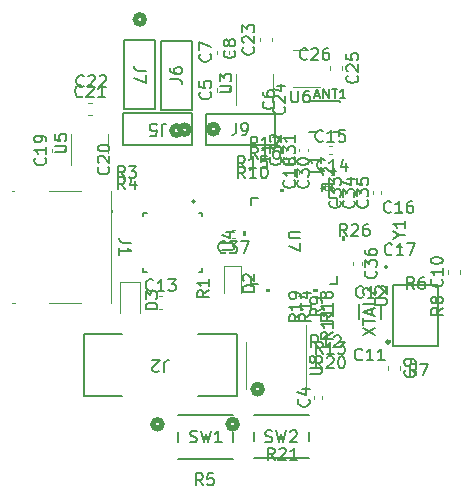
<source format=gbr>
%TF.GenerationSoftware,KiCad,Pcbnew,7.0.7*%
%TF.CreationDate,2024-10-30T15:59:06-07:00*%
%TF.ProjectId,SensingBoard_rev1.1,53656e73-696e-4674-926f-6172645f7265,rev?*%
%TF.SameCoordinates,Original*%
%TF.FileFunction,Legend,Top*%
%TF.FilePolarity,Positive*%
%FSLAX46Y46*%
G04 Gerber Fmt 4.6, Leading zero omitted, Abs format (unit mm)*
G04 Created by KiCad (PCBNEW 7.0.7) date 2024-10-30 15:59:06*
%MOMM*%
%LPD*%
G01*
G04 APERTURE LIST*
%ADD10C,0.150000*%
%ADD11C,0.152400*%
%ADD12C,0.508000*%
%ADD13C,0.120000*%
%ADD14C,0.127000*%
%ADD15C,0.200000*%
%ADD16C,0.304800*%
G04 APERTURE END LIST*
D10*
X135821142Y-46723180D02*
X135773523Y-46770800D01*
X135773523Y-46770800D02*
X135630666Y-46818419D01*
X135630666Y-46818419D02*
X135535428Y-46818419D01*
X135535428Y-46818419D02*
X135392571Y-46770800D01*
X135392571Y-46770800D02*
X135297333Y-46675561D01*
X135297333Y-46675561D02*
X135249714Y-46580323D01*
X135249714Y-46580323D02*
X135202095Y-46389847D01*
X135202095Y-46389847D02*
X135202095Y-46246990D01*
X135202095Y-46246990D02*
X135249714Y-46056514D01*
X135249714Y-46056514D02*
X135297333Y-45961276D01*
X135297333Y-45961276D02*
X135392571Y-45866038D01*
X135392571Y-45866038D02*
X135535428Y-45818419D01*
X135535428Y-45818419D02*
X135630666Y-45818419D01*
X135630666Y-45818419D02*
X135773523Y-45866038D01*
X135773523Y-45866038D02*
X135821142Y-45913657D01*
X136202095Y-45913657D02*
X136249714Y-45866038D01*
X136249714Y-45866038D02*
X136344952Y-45818419D01*
X136344952Y-45818419D02*
X136583047Y-45818419D01*
X136583047Y-45818419D02*
X136678285Y-45866038D01*
X136678285Y-45866038D02*
X136725904Y-45913657D01*
X136725904Y-45913657D02*
X136773523Y-46008895D01*
X136773523Y-46008895D02*
X136773523Y-46104133D01*
X136773523Y-46104133D02*
X136725904Y-46246990D01*
X136725904Y-46246990D02*
X136154476Y-46818419D01*
X136154476Y-46818419D02*
X136773523Y-46818419D01*
X137630666Y-45818419D02*
X137440190Y-45818419D01*
X137440190Y-45818419D02*
X137344952Y-45866038D01*
X137344952Y-45866038D02*
X137297333Y-45913657D01*
X137297333Y-45913657D02*
X137202095Y-46056514D01*
X137202095Y-46056514D02*
X137154476Y-46246990D01*
X137154476Y-46246990D02*
X137154476Y-46627942D01*
X137154476Y-46627942D02*
X137202095Y-46723180D01*
X137202095Y-46723180D02*
X137249714Y-46770800D01*
X137249714Y-46770800D02*
X137344952Y-46818419D01*
X137344952Y-46818419D02*
X137535428Y-46818419D01*
X137535428Y-46818419D02*
X137630666Y-46770800D01*
X137630666Y-46770800D02*
X137678285Y-46723180D01*
X137678285Y-46723180D02*
X137725904Y-46627942D01*
X137725904Y-46627942D02*
X137725904Y-46389847D01*
X137725904Y-46389847D02*
X137678285Y-46294609D01*
X137678285Y-46294609D02*
X137630666Y-46246990D01*
X137630666Y-46246990D02*
X137535428Y-46199371D01*
X137535428Y-46199371D02*
X137344952Y-46199371D01*
X137344952Y-46199371D02*
X137249714Y-46246990D01*
X137249714Y-46246990D02*
X137202095Y-46294609D01*
X137202095Y-46294609D02*
X137154476Y-46389847D01*
X124219619Y-48440933D02*
X124933904Y-48440933D01*
X124933904Y-48440933D02*
X125076761Y-48488552D01*
X125076761Y-48488552D02*
X125172000Y-48583790D01*
X125172000Y-48583790D02*
X125219619Y-48726647D01*
X125219619Y-48726647D02*
X125219619Y-48821885D01*
X124219619Y-47536171D02*
X124219619Y-47726647D01*
X124219619Y-47726647D02*
X124267238Y-47821885D01*
X124267238Y-47821885D02*
X124314857Y-47869504D01*
X124314857Y-47869504D02*
X124457714Y-47964742D01*
X124457714Y-47964742D02*
X124648190Y-48012361D01*
X124648190Y-48012361D02*
X125029142Y-48012361D01*
X125029142Y-48012361D02*
X125124380Y-47964742D01*
X125124380Y-47964742D02*
X125172000Y-47917123D01*
X125172000Y-47917123D02*
X125219619Y-47821885D01*
X125219619Y-47821885D02*
X125219619Y-47631409D01*
X125219619Y-47631409D02*
X125172000Y-47536171D01*
X125172000Y-47536171D02*
X125124380Y-47488552D01*
X125124380Y-47488552D02*
X125029142Y-47440933D01*
X125029142Y-47440933D02*
X124791047Y-47440933D01*
X124791047Y-47440933D02*
X124695809Y-47488552D01*
X124695809Y-47488552D02*
X124648190Y-47536171D01*
X124648190Y-47536171D02*
X124600571Y-47631409D01*
X124600571Y-47631409D02*
X124600571Y-47821885D01*
X124600571Y-47821885D02*
X124648190Y-47917123D01*
X124648190Y-47917123D02*
X124695809Y-47964742D01*
X124695809Y-47964742D02*
X124791047Y-48012361D01*
X132296467Y-79147200D02*
X132439324Y-79194819D01*
X132439324Y-79194819D02*
X132677419Y-79194819D01*
X132677419Y-79194819D02*
X132772657Y-79147200D01*
X132772657Y-79147200D02*
X132820276Y-79099580D01*
X132820276Y-79099580D02*
X132867895Y-79004342D01*
X132867895Y-79004342D02*
X132867895Y-78909104D01*
X132867895Y-78909104D02*
X132820276Y-78813866D01*
X132820276Y-78813866D02*
X132772657Y-78766247D01*
X132772657Y-78766247D02*
X132677419Y-78718628D01*
X132677419Y-78718628D02*
X132486943Y-78671009D01*
X132486943Y-78671009D02*
X132391705Y-78623390D01*
X132391705Y-78623390D02*
X132344086Y-78575771D01*
X132344086Y-78575771D02*
X132296467Y-78480533D01*
X132296467Y-78480533D02*
X132296467Y-78385295D01*
X132296467Y-78385295D02*
X132344086Y-78290057D01*
X132344086Y-78290057D02*
X132391705Y-78242438D01*
X132391705Y-78242438D02*
X132486943Y-78194819D01*
X132486943Y-78194819D02*
X132725038Y-78194819D01*
X132725038Y-78194819D02*
X132867895Y-78242438D01*
X133201229Y-78194819D02*
X133439324Y-79194819D01*
X133439324Y-79194819D02*
X133629800Y-78480533D01*
X133629800Y-78480533D02*
X133820276Y-79194819D01*
X133820276Y-79194819D02*
X134058372Y-78194819D01*
X134391705Y-78290057D02*
X134439324Y-78242438D01*
X134439324Y-78242438D02*
X134534562Y-78194819D01*
X134534562Y-78194819D02*
X134772657Y-78194819D01*
X134772657Y-78194819D02*
X134867895Y-78242438D01*
X134867895Y-78242438D02*
X134915514Y-78290057D01*
X134915514Y-78290057D02*
X134963133Y-78385295D01*
X134963133Y-78385295D02*
X134963133Y-78480533D01*
X134963133Y-78480533D02*
X134915514Y-78623390D01*
X134915514Y-78623390D02*
X134344086Y-79194819D01*
X134344086Y-79194819D02*
X134963133Y-79194819D01*
X137159143Y-53659179D02*
X137111524Y-53706799D01*
X137111524Y-53706799D02*
X136968667Y-53754418D01*
X136968667Y-53754418D02*
X136873429Y-53754418D01*
X136873429Y-53754418D02*
X136730572Y-53706799D01*
X136730572Y-53706799D02*
X136635334Y-53611560D01*
X136635334Y-53611560D02*
X136587715Y-53516322D01*
X136587715Y-53516322D02*
X136540096Y-53325846D01*
X136540096Y-53325846D02*
X136540096Y-53182989D01*
X136540096Y-53182989D02*
X136587715Y-52992513D01*
X136587715Y-52992513D02*
X136635334Y-52897275D01*
X136635334Y-52897275D02*
X136730572Y-52802037D01*
X136730572Y-52802037D02*
X136873429Y-52754418D01*
X136873429Y-52754418D02*
X136968667Y-52754418D01*
X136968667Y-52754418D02*
X137111524Y-52802037D01*
X137111524Y-52802037D02*
X137159143Y-52849656D01*
X138111524Y-53754418D02*
X137540096Y-53754418D01*
X137825810Y-53754418D02*
X137825810Y-52754418D01*
X137825810Y-52754418D02*
X137730572Y-52897275D01*
X137730572Y-52897275D02*
X137635334Y-52992513D01*
X137635334Y-52992513D02*
X137540096Y-53040132D01*
X139016286Y-52754418D02*
X138540096Y-52754418D01*
X138540096Y-52754418D02*
X138492477Y-53230608D01*
X138492477Y-53230608D02*
X138540096Y-53182989D01*
X138540096Y-53182989D02*
X138635334Y-53135370D01*
X138635334Y-53135370D02*
X138873429Y-53135370D01*
X138873429Y-53135370D02*
X138968667Y-53182989D01*
X138968667Y-53182989D02*
X139016286Y-53230608D01*
X139016286Y-53230608D02*
X139063905Y-53325846D01*
X139063905Y-53325846D02*
X139063905Y-53563941D01*
X139063905Y-53563941D02*
X139016286Y-53659179D01*
X139016286Y-53659179D02*
X138968667Y-53706799D01*
X138968667Y-53706799D02*
X138873429Y-53754418D01*
X138873429Y-53754418D02*
X138635334Y-53754418D01*
X138635334Y-53754418D02*
X138540096Y-53706799D01*
X138540096Y-53706799D02*
X138492477Y-53659179D01*
X135294819Y-68374457D02*
X134818628Y-68707790D01*
X135294819Y-68945885D02*
X134294819Y-68945885D01*
X134294819Y-68945885D02*
X134294819Y-68564933D01*
X134294819Y-68564933D02*
X134342438Y-68469695D01*
X134342438Y-68469695D02*
X134390057Y-68422076D01*
X134390057Y-68422076D02*
X134485295Y-68374457D01*
X134485295Y-68374457D02*
X134628152Y-68374457D01*
X134628152Y-68374457D02*
X134723390Y-68422076D01*
X134723390Y-68422076D02*
X134771009Y-68469695D01*
X134771009Y-68469695D02*
X134818628Y-68564933D01*
X134818628Y-68564933D02*
X134818628Y-68945885D01*
X135294819Y-67422076D02*
X135294819Y-67993504D01*
X135294819Y-67707790D02*
X134294819Y-67707790D01*
X134294819Y-67707790D02*
X134437676Y-67803028D01*
X134437676Y-67803028D02*
X134532914Y-67898266D01*
X134532914Y-67898266D02*
X134580533Y-67993504D01*
X135294819Y-66945885D02*
X135294819Y-66755409D01*
X135294819Y-66755409D02*
X135247200Y-66660171D01*
X135247200Y-66660171D02*
X135199580Y-66612552D01*
X135199580Y-66612552D02*
X135056723Y-66517314D01*
X135056723Y-66517314D02*
X134866247Y-66469695D01*
X134866247Y-66469695D02*
X134485295Y-66469695D01*
X134485295Y-66469695D02*
X134390057Y-66517314D01*
X134390057Y-66517314D02*
X134342438Y-66564933D01*
X134342438Y-66564933D02*
X134294819Y-66660171D01*
X134294819Y-66660171D02*
X134294819Y-66850647D01*
X134294819Y-66850647D02*
X134342438Y-66945885D01*
X134342438Y-66945885D02*
X134390057Y-66993504D01*
X134390057Y-66993504D02*
X134485295Y-67041123D01*
X134485295Y-67041123D02*
X134723390Y-67041123D01*
X134723390Y-67041123D02*
X134818628Y-66993504D01*
X134818628Y-66993504D02*
X134866247Y-66945885D01*
X134866247Y-66945885D02*
X134913866Y-66850647D01*
X134913866Y-66850647D02*
X134913866Y-66660171D01*
X134913866Y-66660171D02*
X134866247Y-66564933D01*
X134866247Y-66564933D02*
X134818628Y-66517314D01*
X134818628Y-66517314D02*
X134723390Y-66469695D01*
X122211180Y-47761566D02*
X121496895Y-47761566D01*
X121496895Y-47761566D02*
X121354038Y-47713947D01*
X121354038Y-47713947D02*
X121258800Y-47618709D01*
X121258800Y-47618709D02*
X121211180Y-47475852D01*
X121211180Y-47475852D02*
X121211180Y-47380614D01*
X122211180Y-48142519D02*
X122211180Y-48809185D01*
X122211180Y-48809185D02*
X121211180Y-48380614D01*
X135266780Y-61366495D02*
X134457257Y-61366495D01*
X134457257Y-61366495D02*
X134362019Y-61414114D01*
X134362019Y-61414114D02*
X134314400Y-61461733D01*
X134314400Y-61461733D02*
X134266780Y-61556971D01*
X134266780Y-61556971D02*
X134266780Y-61747447D01*
X134266780Y-61747447D02*
X134314400Y-61842685D01*
X134314400Y-61842685D02*
X134362019Y-61890304D01*
X134362019Y-61890304D02*
X134457257Y-61937923D01*
X134457257Y-61937923D02*
X135266780Y-61937923D01*
X135266780Y-62318876D02*
X135266780Y-62985542D01*
X135266780Y-62985542D02*
X134266780Y-62556971D01*
X138066780Y-57663599D02*
X137828685Y-57663599D01*
X137923923Y-57425504D02*
X137828685Y-57663599D01*
X137828685Y-57663599D02*
X137923923Y-57901694D01*
X137638209Y-57520742D02*
X137828685Y-57663599D01*
X137828685Y-57663599D02*
X137638209Y-57806456D01*
X136976419Y-57663598D02*
X137214514Y-57663598D01*
X137119276Y-57901693D02*
X137214514Y-57663598D01*
X137214514Y-57663598D02*
X137119276Y-57425503D01*
X137404990Y-57806455D02*
X137214514Y-57663598D01*
X137214514Y-57663598D02*
X137404990Y-57520741D01*
X140581142Y-66890780D02*
X140533523Y-66938400D01*
X140533523Y-66938400D02*
X140390666Y-66986019D01*
X140390666Y-66986019D02*
X140295428Y-66986019D01*
X140295428Y-66986019D02*
X140152571Y-66938400D01*
X140152571Y-66938400D02*
X140057333Y-66843161D01*
X140057333Y-66843161D02*
X140009714Y-66747923D01*
X140009714Y-66747923D02*
X139962095Y-66557447D01*
X139962095Y-66557447D02*
X139962095Y-66414590D01*
X139962095Y-66414590D02*
X140009714Y-66224114D01*
X140009714Y-66224114D02*
X140057333Y-66128876D01*
X140057333Y-66128876D02*
X140152571Y-66033638D01*
X140152571Y-66033638D02*
X140295428Y-65986019D01*
X140295428Y-65986019D02*
X140390666Y-65986019D01*
X140390666Y-65986019D02*
X140533523Y-66033638D01*
X140533523Y-66033638D02*
X140581142Y-66081257D01*
X141533523Y-66986019D02*
X140962095Y-66986019D01*
X141247809Y-66986019D02*
X141247809Y-65986019D01*
X141247809Y-65986019D02*
X141152571Y-66128876D01*
X141152571Y-66128876D02*
X141057333Y-66224114D01*
X141057333Y-66224114D02*
X140962095Y-66271733D01*
X141914476Y-66081257D02*
X141962095Y-66033638D01*
X141962095Y-66033638D02*
X142057333Y-65986019D01*
X142057333Y-65986019D02*
X142295428Y-65986019D01*
X142295428Y-65986019D02*
X142390666Y-66033638D01*
X142390666Y-66033638D02*
X142438285Y-66081257D01*
X142438285Y-66081257D02*
X142485904Y-66176495D01*
X142485904Y-66176495D02*
X142485904Y-66271733D01*
X142485904Y-66271733D02*
X142438285Y-66414590D01*
X142438285Y-66414590D02*
X141866857Y-66986019D01*
X141866857Y-66986019D02*
X142485904Y-66986019D01*
X143019542Y-63266780D02*
X142971923Y-63314400D01*
X142971923Y-63314400D02*
X142829066Y-63362019D01*
X142829066Y-63362019D02*
X142733828Y-63362019D01*
X142733828Y-63362019D02*
X142590971Y-63314400D01*
X142590971Y-63314400D02*
X142495733Y-63219161D01*
X142495733Y-63219161D02*
X142448114Y-63123923D01*
X142448114Y-63123923D02*
X142400495Y-62933447D01*
X142400495Y-62933447D02*
X142400495Y-62790590D01*
X142400495Y-62790590D02*
X142448114Y-62600114D01*
X142448114Y-62600114D02*
X142495733Y-62504876D01*
X142495733Y-62504876D02*
X142590971Y-62409638D01*
X142590971Y-62409638D02*
X142733828Y-62362019D01*
X142733828Y-62362019D02*
X142829066Y-62362019D01*
X142829066Y-62362019D02*
X142971923Y-62409638D01*
X142971923Y-62409638D02*
X143019542Y-62457257D01*
X143971923Y-63362019D02*
X143400495Y-63362019D01*
X143686209Y-63362019D02*
X143686209Y-62362019D01*
X143686209Y-62362019D02*
X143590971Y-62504876D01*
X143590971Y-62504876D02*
X143495733Y-62600114D01*
X143495733Y-62600114D02*
X143400495Y-62647733D01*
X144305257Y-62362019D02*
X144971923Y-62362019D01*
X144971923Y-62362019D02*
X144543352Y-63362019D01*
X116806742Y-49881980D02*
X116759123Y-49929600D01*
X116759123Y-49929600D02*
X116616266Y-49977219D01*
X116616266Y-49977219D02*
X116521028Y-49977219D01*
X116521028Y-49977219D02*
X116378171Y-49929600D01*
X116378171Y-49929600D02*
X116282933Y-49834361D01*
X116282933Y-49834361D02*
X116235314Y-49739123D01*
X116235314Y-49739123D02*
X116187695Y-49548647D01*
X116187695Y-49548647D02*
X116187695Y-49405790D01*
X116187695Y-49405790D02*
X116235314Y-49215314D01*
X116235314Y-49215314D02*
X116282933Y-49120076D01*
X116282933Y-49120076D02*
X116378171Y-49024838D01*
X116378171Y-49024838D02*
X116521028Y-48977219D01*
X116521028Y-48977219D02*
X116616266Y-48977219D01*
X116616266Y-48977219D02*
X116759123Y-49024838D01*
X116759123Y-49024838D02*
X116806742Y-49072457D01*
X117187695Y-49072457D02*
X117235314Y-49024838D01*
X117235314Y-49024838D02*
X117330552Y-48977219D01*
X117330552Y-48977219D02*
X117568647Y-48977219D01*
X117568647Y-48977219D02*
X117663885Y-49024838D01*
X117663885Y-49024838D02*
X117711504Y-49072457D01*
X117711504Y-49072457D02*
X117759123Y-49167695D01*
X117759123Y-49167695D02*
X117759123Y-49262933D01*
X117759123Y-49262933D02*
X117711504Y-49405790D01*
X117711504Y-49405790D02*
X117140076Y-49977219D01*
X117140076Y-49977219D02*
X117759123Y-49977219D01*
X118711504Y-49977219D02*
X118140076Y-49977219D01*
X118425790Y-49977219D02*
X118425790Y-48977219D01*
X118425790Y-48977219D02*
X118330552Y-49120076D01*
X118330552Y-49120076D02*
X118235314Y-49215314D01*
X118235314Y-49215314D02*
X118140076Y-49262933D01*
X114453619Y-54660704D02*
X115263142Y-54660704D01*
X115263142Y-54660704D02*
X115358380Y-54613085D01*
X115358380Y-54613085D02*
X115406000Y-54565466D01*
X115406000Y-54565466D02*
X115453619Y-54470228D01*
X115453619Y-54470228D02*
X115453619Y-54279752D01*
X115453619Y-54279752D02*
X115406000Y-54184514D01*
X115406000Y-54184514D02*
X115358380Y-54136895D01*
X115358380Y-54136895D02*
X115263142Y-54089276D01*
X115263142Y-54089276D02*
X114453619Y-54089276D01*
X114453619Y-53136895D02*
X114453619Y-53613085D01*
X114453619Y-53613085D02*
X114929809Y-53660704D01*
X114929809Y-53660704D02*
X114882190Y-53613085D01*
X114882190Y-53613085D02*
X114834571Y-53517847D01*
X114834571Y-53517847D02*
X114834571Y-53279752D01*
X114834571Y-53279752D02*
X114882190Y-53184514D01*
X114882190Y-53184514D02*
X114929809Y-53136895D01*
X114929809Y-53136895D02*
X115025047Y-53089276D01*
X115025047Y-53089276D02*
X115263142Y-53089276D01*
X115263142Y-53089276D02*
X115358380Y-53136895D01*
X115358380Y-53136895D02*
X115406000Y-53184514D01*
X115406000Y-53184514D02*
X115453619Y-53279752D01*
X115453619Y-53279752D02*
X115453619Y-53517847D01*
X115453619Y-53517847D02*
X115406000Y-53613085D01*
X115406000Y-53613085D02*
X115358380Y-53660704D01*
X128423619Y-49580704D02*
X129233142Y-49580704D01*
X129233142Y-49580704D02*
X129328380Y-49533085D01*
X129328380Y-49533085D02*
X129376000Y-49485466D01*
X129376000Y-49485466D02*
X129423619Y-49390228D01*
X129423619Y-49390228D02*
X129423619Y-49199752D01*
X129423619Y-49199752D02*
X129376000Y-49104514D01*
X129376000Y-49104514D02*
X129328380Y-49056895D01*
X129328380Y-49056895D02*
X129233142Y-49009276D01*
X129233142Y-49009276D02*
X128423619Y-49009276D01*
X128423619Y-48628323D02*
X128423619Y-48009276D01*
X128423619Y-48009276D02*
X128804571Y-48342609D01*
X128804571Y-48342609D02*
X128804571Y-48199752D01*
X128804571Y-48199752D02*
X128852190Y-48104514D01*
X128852190Y-48104514D02*
X128899809Y-48056895D01*
X128899809Y-48056895D02*
X128995047Y-48009276D01*
X128995047Y-48009276D02*
X129233142Y-48009276D01*
X129233142Y-48009276D02*
X129328380Y-48056895D01*
X129328380Y-48056895D02*
X129376000Y-48104514D01*
X129376000Y-48104514D02*
X129423619Y-48199752D01*
X129423619Y-48199752D02*
X129423619Y-48485466D01*
X129423619Y-48485466D02*
X129376000Y-48580704D01*
X129376000Y-48580704D02*
X129328380Y-48628323D01*
X118994380Y-55898057D02*
X119042000Y-55945676D01*
X119042000Y-55945676D02*
X119089619Y-56088533D01*
X119089619Y-56088533D02*
X119089619Y-56183771D01*
X119089619Y-56183771D02*
X119042000Y-56326628D01*
X119042000Y-56326628D02*
X118946761Y-56421866D01*
X118946761Y-56421866D02*
X118851523Y-56469485D01*
X118851523Y-56469485D02*
X118661047Y-56517104D01*
X118661047Y-56517104D02*
X118518190Y-56517104D01*
X118518190Y-56517104D02*
X118327714Y-56469485D01*
X118327714Y-56469485D02*
X118232476Y-56421866D01*
X118232476Y-56421866D02*
X118137238Y-56326628D01*
X118137238Y-56326628D02*
X118089619Y-56183771D01*
X118089619Y-56183771D02*
X118089619Y-56088533D01*
X118089619Y-56088533D02*
X118137238Y-55945676D01*
X118137238Y-55945676D02*
X118184857Y-55898057D01*
X118184857Y-55517104D02*
X118137238Y-55469485D01*
X118137238Y-55469485D02*
X118089619Y-55374247D01*
X118089619Y-55374247D02*
X118089619Y-55136152D01*
X118089619Y-55136152D02*
X118137238Y-55040914D01*
X118137238Y-55040914D02*
X118184857Y-54993295D01*
X118184857Y-54993295D02*
X118280095Y-54945676D01*
X118280095Y-54945676D02*
X118375333Y-54945676D01*
X118375333Y-54945676D02*
X118518190Y-54993295D01*
X118518190Y-54993295D02*
X119089619Y-55564723D01*
X119089619Y-55564723D02*
X119089619Y-54945676D01*
X118089619Y-54326628D02*
X118089619Y-54231390D01*
X118089619Y-54231390D02*
X118137238Y-54136152D01*
X118137238Y-54136152D02*
X118184857Y-54088533D01*
X118184857Y-54088533D02*
X118280095Y-54040914D01*
X118280095Y-54040914D02*
X118470571Y-53993295D01*
X118470571Y-53993295D02*
X118708666Y-53993295D01*
X118708666Y-53993295D02*
X118899142Y-54040914D01*
X118899142Y-54040914D02*
X118994380Y-54088533D01*
X118994380Y-54088533D02*
X119042000Y-54136152D01*
X119042000Y-54136152D02*
X119089619Y-54231390D01*
X119089619Y-54231390D02*
X119089619Y-54326628D01*
X119089619Y-54326628D02*
X119042000Y-54421866D01*
X119042000Y-54421866D02*
X118994380Y-54469485D01*
X118994380Y-54469485D02*
X118899142Y-54517104D01*
X118899142Y-54517104D02*
X118708666Y-54564723D01*
X118708666Y-54564723D02*
X118470571Y-54564723D01*
X118470571Y-54564723D02*
X118280095Y-54517104D01*
X118280095Y-54517104D02*
X118184857Y-54469485D01*
X118184857Y-54469485D02*
X118137238Y-54421866D01*
X118137238Y-54421866D02*
X118089619Y-54326628D01*
X140577219Y-70146609D02*
X141577219Y-69479943D01*
X140577219Y-69479943D02*
X141577219Y-70146609D01*
X140577219Y-69241847D02*
X140577219Y-68670419D01*
X141577219Y-68956133D02*
X140577219Y-68956133D01*
X141291504Y-68384704D02*
X141291504Y-67908514D01*
X141577219Y-68479942D02*
X140577219Y-68146609D01*
X140577219Y-68146609D02*
X141577219Y-67813276D01*
X141577219Y-67003752D02*
X141577219Y-67479942D01*
X141577219Y-67479942D02*
X140577219Y-67479942D01*
X140672457Y-66718037D02*
X140624838Y-66670418D01*
X140624838Y-66670418D02*
X140577219Y-66575180D01*
X140577219Y-66575180D02*
X140577219Y-66337085D01*
X140577219Y-66337085D02*
X140624838Y-66241847D01*
X140624838Y-66241847D02*
X140672457Y-66194228D01*
X140672457Y-66194228D02*
X140767695Y-66146609D01*
X140767695Y-66146609D02*
X140862933Y-66146609D01*
X140862933Y-66146609D02*
X141005790Y-66194228D01*
X141005790Y-66194228D02*
X141577219Y-66765656D01*
X141577219Y-66765656D02*
X141577219Y-66146609D01*
X145081133Y-73539219D02*
X144747800Y-73063028D01*
X144509705Y-73539219D02*
X144509705Y-72539219D01*
X144509705Y-72539219D02*
X144890657Y-72539219D01*
X144890657Y-72539219D02*
X144985895Y-72586838D01*
X144985895Y-72586838D02*
X145033514Y-72634457D01*
X145033514Y-72634457D02*
X145081133Y-72729695D01*
X145081133Y-72729695D02*
X145081133Y-72872552D01*
X145081133Y-72872552D02*
X145033514Y-72967790D01*
X145033514Y-72967790D02*
X144985895Y-73015409D01*
X144985895Y-73015409D02*
X144890657Y-73063028D01*
X144890657Y-73063028D02*
X144509705Y-73063028D01*
X145414467Y-72539219D02*
X146081133Y-72539219D01*
X146081133Y-72539219D02*
X145652562Y-73539219D01*
X147334419Y-67821666D02*
X146858228Y-68154999D01*
X147334419Y-68393094D02*
X146334419Y-68393094D01*
X146334419Y-68393094D02*
X146334419Y-68012142D01*
X146334419Y-68012142D02*
X146382038Y-67916904D01*
X146382038Y-67916904D02*
X146429657Y-67869285D01*
X146429657Y-67869285D02*
X146524895Y-67821666D01*
X146524895Y-67821666D02*
X146667752Y-67821666D01*
X146667752Y-67821666D02*
X146762990Y-67869285D01*
X146762990Y-67869285D02*
X146810609Y-67916904D01*
X146810609Y-67916904D02*
X146858228Y-68012142D01*
X146858228Y-68012142D02*
X146858228Y-68393094D01*
X146762990Y-67250237D02*
X146715371Y-67345475D01*
X146715371Y-67345475D02*
X146667752Y-67393094D01*
X146667752Y-67393094D02*
X146572514Y-67440713D01*
X146572514Y-67440713D02*
X146524895Y-67440713D01*
X146524895Y-67440713D02*
X146429657Y-67393094D01*
X146429657Y-67393094D02*
X146382038Y-67345475D01*
X146382038Y-67345475D02*
X146334419Y-67250237D01*
X146334419Y-67250237D02*
X146334419Y-67059761D01*
X146334419Y-67059761D02*
X146382038Y-66964523D01*
X146382038Y-66964523D02*
X146429657Y-66916904D01*
X146429657Y-66916904D02*
X146524895Y-66869285D01*
X146524895Y-66869285D02*
X146572514Y-66869285D01*
X146572514Y-66869285D02*
X146667752Y-66916904D01*
X146667752Y-66916904D02*
X146715371Y-66964523D01*
X146715371Y-66964523D02*
X146762990Y-67059761D01*
X146762990Y-67059761D02*
X146762990Y-67250237D01*
X146762990Y-67250237D02*
X146810609Y-67345475D01*
X146810609Y-67345475D02*
X146858228Y-67393094D01*
X146858228Y-67393094D02*
X146953466Y-67440713D01*
X146953466Y-67440713D02*
X147143942Y-67440713D01*
X147143942Y-67440713D02*
X147239180Y-67393094D01*
X147239180Y-67393094D02*
X147286800Y-67345475D01*
X147286800Y-67345475D02*
X147334419Y-67250237D01*
X147334419Y-67250237D02*
X147334419Y-67059761D01*
X147334419Y-67059761D02*
X147286800Y-66964523D01*
X147286800Y-66964523D02*
X147239180Y-66916904D01*
X147239180Y-66916904D02*
X147143942Y-66869285D01*
X147143942Y-66869285D02*
X146953466Y-66869285D01*
X146953466Y-66869285D02*
X146858228Y-66916904D01*
X146858228Y-66916904D02*
X146810609Y-66964523D01*
X146810609Y-66964523D02*
X146762990Y-67059761D01*
X141625980Y-64701657D02*
X141673600Y-64749276D01*
X141673600Y-64749276D02*
X141721219Y-64892133D01*
X141721219Y-64892133D02*
X141721219Y-64987371D01*
X141721219Y-64987371D02*
X141673600Y-65130228D01*
X141673600Y-65130228D02*
X141578361Y-65225466D01*
X141578361Y-65225466D02*
X141483123Y-65273085D01*
X141483123Y-65273085D02*
X141292647Y-65320704D01*
X141292647Y-65320704D02*
X141149790Y-65320704D01*
X141149790Y-65320704D02*
X140959314Y-65273085D01*
X140959314Y-65273085D02*
X140864076Y-65225466D01*
X140864076Y-65225466D02*
X140768838Y-65130228D01*
X140768838Y-65130228D02*
X140721219Y-64987371D01*
X140721219Y-64987371D02*
X140721219Y-64892133D01*
X140721219Y-64892133D02*
X140768838Y-64749276D01*
X140768838Y-64749276D02*
X140816457Y-64701657D01*
X140721219Y-64368323D02*
X140721219Y-63749276D01*
X140721219Y-63749276D02*
X141102171Y-64082609D01*
X141102171Y-64082609D02*
X141102171Y-63939752D01*
X141102171Y-63939752D02*
X141149790Y-63844514D01*
X141149790Y-63844514D02*
X141197409Y-63796895D01*
X141197409Y-63796895D02*
X141292647Y-63749276D01*
X141292647Y-63749276D02*
X141530742Y-63749276D01*
X141530742Y-63749276D02*
X141625980Y-63796895D01*
X141625980Y-63796895D02*
X141673600Y-63844514D01*
X141673600Y-63844514D02*
X141721219Y-63939752D01*
X141721219Y-63939752D02*
X141721219Y-64225466D01*
X141721219Y-64225466D02*
X141673600Y-64320704D01*
X141673600Y-64320704D02*
X141625980Y-64368323D01*
X140721219Y-62892133D02*
X140721219Y-63082609D01*
X140721219Y-63082609D02*
X140768838Y-63177847D01*
X140768838Y-63177847D02*
X140816457Y-63225466D01*
X140816457Y-63225466D02*
X140959314Y-63320704D01*
X140959314Y-63320704D02*
X141149790Y-63368323D01*
X141149790Y-63368323D02*
X141530742Y-63368323D01*
X141530742Y-63368323D02*
X141625980Y-63320704D01*
X141625980Y-63320704D02*
X141673600Y-63273085D01*
X141673600Y-63273085D02*
X141721219Y-63177847D01*
X141721219Y-63177847D02*
X141721219Y-62987371D01*
X141721219Y-62987371D02*
X141673600Y-62892133D01*
X141673600Y-62892133D02*
X141625980Y-62844514D01*
X141625980Y-62844514D02*
X141530742Y-62796895D01*
X141530742Y-62796895D02*
X141292647Y-62796895D01*
X141292647Y-62796895D02*
X141197409Y-62844514D01*
X141197409Y-62844514D02*
X141149790Y-62892133D01*
X141149790Y-62892133D02*
X141102171Y-62987371D01*
X141102171Y-62987371D02*
X141102171Y-63177847D01*
X141102171Y-63177847D02*
X141149790Y-63273085D01*
X141149790Y-63273085D02*
X141197409Y-63320704D01*
X141197409Y-63320704D02*
X141292647Y-63368323D01*
X129816266Y-52185219D02*
X129816266Y-52899504D01*
X129816266Y-52899504D02*
X129768647Y-53042361D01*
X129768647Y-53042361D02*
X129673409Y-53137600D01*
X129673409Y-53137600D02*
X129530552Y-53185219D01*
X129530552Y-53185219D02*
X129435314Y-53185219D01*
X130340076Y-53185219D02*
X130530552Y-53185219D01*
X130530552Y-53185219D02*
X130625790Y-53137600D01*
X130625790Y-53137600D02*
X130673409Y-53089980D01*
X130673409Y-53089980D02*
X130768647Y-52947123D01*
X130768647Y-52947123D02*
X130816266Y-52756647D01*
X130816266Y-52756647D02*
X130816266Y-52375695D01*
X130816266Y-52375695D02*
X130768647Y-52280457D01*
X130768647Y-52280457D02*
X130721028Y-52232838D01*
X130721028Y-52232838D02*
X130625790Y-52185219D01*
X130625790Y-52185219D02*
X130435314Y-52185219D01*
X130435314Y-52185219D02*
X130340076Y-52232838D01*
X130340076Y-52232838D02*
X130292457Y-52280457D01*
X130292457Y-52280457D02*
X130244838Y-52375695D01*
X130244838Y-52375695D02*
X130244838Y-52613790D01*
X130244838Y-52613790D02*
X130292457Y-52709028D01*
X130292457Y-52709028D02*
X130340076Y-52756647D01*
X130340076Y-52756647D02*
X130435314Y-52804266D01*
X130435314Y-52804266D02*
X130625790Y-52804266D01*
X130625790Y-52804266D02*
X130721028Y-52756647D01*
X130721028Y-52756647D02*
X130768647Y-52709028D01*
X130768647Y-52709028D02*
X130816266Y-52613790D01*
X127605980Y-49544266D02*
X127653600Y-49591885D01*
X127653600Y-49591885D02*
X127701219Y-49734742D01*
X127701219Y-49734742D02*
X127701219Y-49829980D01*
X127701219Y-49829980D02*
X127653600Y-49972837D01*
X127653600Y-49972837D02*
X127558361Y-50068075D01*
X127558361Y-50068075D02*
X127463123Y-50115694D01*
X127463123Y-50115694D02*
X127272647Y-50163313D01*
X127272647Y-50163313D02*
X127129790Y-50163313D01*
X127129790Y-50163313D02*
X126939314Y-50115694D01*
X126939314Y-50115694D02*
X126844076Y-50068075D01*
X126844076Y-50068075D02*
X126748838Y-49972837D01*
X126748838Y-49972837D02*
X126701219Y-49829980D01*
X126701219Y-49829980D02*
X126701219Y-49734742D01*
X126701219Y-49734742D02*
X126748838Y-49591885D01*
X126748838Y-49591885D02*
X126796457Y-49544266D01*
X126701219Y-48639504D02*
X126701219Y-49115694D01*
X126701219Y-49115694D02*
X127177409Y-49163313D01*
X127177409Y-49163313D02*
X127129790Y-49115694D01*
X127129790Y-49115694D02*
X127082171Y-49020456D01*
X127082171Y-49020456D02*
X127082171Y-48782361D01*
X127082171Y-48782361D02*
X127129790Y-48687123D01*
X127129790Y-48687123D02*
X127177409Y-48639504D01*
X127177409Y-48639504D02*
X127272647Y-48591885D01*
X127272647Y-48591885D02*
X127510742Y-48591885D01*
X127510742Y-48591885D02*
X127605980Y-48639504D01*
X127605980Y-48639504D02*
X127653600Y-48687123D01*
X127653600Y-48687123D02*
X127701219Y-48782361D01*
X127701219Y-48782361D02*
X127701219Y-49020456D01*
X127701219Y-49020456D02*
X127653600Y-49115694D01*
X127653600Y-49115694D02*
X127605980Y-49163313D01*
X127605980Y-46343866D02*
X127653600Y-46391485D01*
X127653600Y-46391485D02*
X127701219Y-46534342D01*
X127701219Y-46534342D02*
X127701219Y-46629580D01*
X127701219Y-46629580D02*
X127653600Y-46772437D01*
X127653600Y-46772437D02*
X127558361Y-46867675D01*
X127558361Y-46867675D02*
X127463123Y-46915294D01*
X127463123Y-46915294D02*
X127272647Y-46962913D01*
X127272647Y-46962913D02*
X127129790Y-46962913D01*
X127129790Y-46962913D02*
X126939314Y-46915294D01*
X126939314Y-46915294D02*
X126844076Y-46867675D01*
X126844076Y-46867675D02*
X126748838Y-46772437D01*
X126748838Y-46772437D02*
X126701219Y-46629580D01*
X126701219Y-46629580D02*
X126701219Y-46534342D01*
X126701219Y-46534342D02*
X126748838Y-46391485D01*
X126748838Y-46391485D02*
X126796457Y-46343866D01*
X126701219Y-46010532D02*
X126701219Y-45343866D01*
X126701219Y-45343866D02*
X127701219Y-45772437D01*
X136476762Y-49842122D02*
X136857715Y-49842122D01*
X136400572Y-50070694D02*
X136667239Y-49270694D01*
X136667239Y-49270694D02*
X136933905Y-50070694D01*
X137200572Y-50070694D02*
X137200572Y-49270694D01*
X137200572Y-49270694D02*
X137657715Y-50070694D01*
X137657715Y-50070694D02*
X137657715Y-49270694D01*
X137924381Y-49270694D02*
X138381524Y-49270694D01*
X138152952Y-50070694D02*
X138152952Y-49270694D01*
X139067238Y-50070694D02*
X138610095Y-50070694D01*
X138838667Y-50070694D02*
X138838667Y-49270694D01*
X138838667Y-49270694D02*
X138762476Y-49384979D01*
X138762476Y-49384979D02*
X138686286Y-49461170D01*
X138686286Y-49461170D02*
X138610095Y-49499265D01*
X120937180Y-62305066D02*
X120222895Y-62305066D01*
X120222895Y-62305066D02*
X120080038Y-62257447D01*
X120080038Y-62257447D02*
X119984800Y-62162209D01*
X119984800Y-62162209D02*
X119937180Y-62019352D01*
X119937180Y-62019352D02*
X119937180Y-61924114D01*
X119937180Y-63305066D02*
X119937180Y-62733638D01*
X119937180Y-63019352D02*
X120937180Y-63019352D01*
X120937180Y-63019352D02*
X120794323Y-62924114D01*
X120794323Y-62924114D02*
X120699085Y-62828876D01*
X120699085Y-62828876D02*
X120651466Y-62733638D01*
X135885580Y-57030857D02*
X135933200Y-57078476D01*
X135933200Y-57078476D02*
X135980819Y-57221333D01*
X135980819Y-57221333D02*
X135980819Y-57316571D01*
X135980819Y-57316571D02*
X135933200Y-57459428D01*
X135933200Y-57459428D02*
X135837961Y-57554666D01*
X135837961Y-57554666D02*
X135742723Y-57602285D01*
X135742723Y-57602285D02*
X135552247Y-57649904D01*
X135552247Y-57649904D02*
X135409390Y-57649904D01*
X135409390Y-57649904D02*
X135218914Y-57602285D01*
X135218914Y-57602285D02*
X135123676Y-57554666D01*
X135123676Y-57554666D02*
X135028438Y-57459428D01*
X135028438Y-57459428D02*
X134980819Y-57316571D01*
X134980819Y-57316571D02*
X134980819Y-57221333D01*
X134980819Y-57221333D02*
X135028438Y-57078476D01*
X135028438Y-57078476D02*
X135076057Y-57030857D01*
X134980819Y-56697523D02*
X134980819Y-56078476D01*
X134980819Y-56078476D02*
X135361771Y-56411809D01*
X135361771Y-56411809D02*
X135361771Y-56268952D01*
X135361771Y-56268952D02*
X135409390Y-56173714D01*
X135409390Y-56173714D02*
X135457009Y-56126095D01*
X135457009Y-56126095D02*
X135552247Y-56078476D01*
X135552247Y-56078476D02*
X135790342Y-56078476D01*
X135790342Y-56078476D02*
X135885580Y-56126095D01*
X135885580Y-56126095D02*
X135933200Y-56173714D01*
X135933200Y-56173714D02*
X135980819Y-56268952D01*
X135980819Y-56268952D02*
X135980819Y-56554666D01*
X135980819Y-56554666D02*
X135933200Y-56649904D01*
X135933200Y-56649904D02*
X135885580Y-56697523D01*
X134980819Y-55459428D02*
X134980819Y-55364190D01*
X134980819Y-55364190D02*
X135028438Y-55268952D01*
X135028438Y-55268952D02*
X135076057Y-55221333D01*
X135076057Y-55221333D02*
X135171295Y-55173714D01*
X135171295Y-55173714D02*
X135361771Y-55126095D01*
X135361771Y-55126095D02*
X135599866Y-55126095D01*
X135599866Y-55126095D02*
X135790342Y-55173714D01*
X135790342Y-55173714D02*
X135885580Y-55221333D01*
X135885580Y-55221333D02*
X135933200Y-55268952D01*
X135933200Y-55268952D02*
X135980819Y-55364190D01*
X135980819Y-55364190D02*
X135980819Y-55459428D01*
X135980819Y-55459428D02*
X135933200Y-55554666D01*
X135933200Y-55554666D02*
X135885580Y-55602285D01*
X135885580Y-55602285D02*
X135790342Y-55649904D01*
X135790342Y-55649904D02*
X135599866Y-55697523D01*
X135599866Y-55697523D02*
X135361771Y-55697523D01*
X135361771Y-55697523D02*
X135171295Y-55649904D01*
X135171295Y-55649904D02*
X135076057Y-55602285D01*
X135076057Y-55602285D02*
X135028438Y-55554666D01*
X135028438Y-55554666D02*
X134980819Y-55459428D01*
X137126742Y-72929619D02*
X136793409Y-72453428D01*
X136555314Y-72929619D02*
X136555314Y-71929619D01*
X136555314Y-71929619D02*
X136936266Y-71929619D01*
X136936266Y-71929619D02*
X137031504Y-71977238D01*
X137031504Y-71977238D02*
X137079123Y-72024857D01*
X137079123Y-72024857D02*
X137126742Y-72120095D01*
X137126742Y-72120095D02*
X137126742Y-72262952D01*
X137126742Y-72262952D02*
X137079123Y-72358190D01*
X137079123Y-72358190D02*
X137031504Y-72405809D01*
X137031504Y-72405809D02*
X136936266Y-72453428D01*
X136936266Y-72453428D02*
X136555314Y-72453428D01*
X137507695Y-72024857D02*
X137555314Y-71977238D01*
X137555314Y-71977238D02*
X137650552Y-71929619D01*
X137650552Y-71929619D02*
X137888647Y-71929619D01*
X137888647Y-71929619D02*
X137983885Y-71977238D01*
X137983885Y-71977238D02*
X138031504Y-72024857D01*
X138031504Y-72024857D02*
X138079123Y-72120095D01*
X138079123Y-72120095D02*
X138079123Y-72215333D01*
X138079123Y-72215333D02*
X138031504Y-72358190D01*
X138031504Y-72358190D02*
X137460076Y-72929619D01*
X137460076Y-72929619D02*
X138079123Y-72929619D01*
X138698171Y-71929619D02*
X138793409Y-71929619D01*
X138793409Y-71929619D02*
X138888647Y-71977238D01*
X138888647Y-71977238D02*
X138936266Y-72024857D01*
X138936266Y-72024857D02*
X138983885Y-72120095D01*
X138983885Y-72120095D02*
X139031504Y-72310571D01*
X139031504Y-72310571D02*
X139031504Y-72548666D01*
X139031504Y-72548666D02*
X138983885Y-72739142D01*
X138983885Y-72739142D02*
X138936266Y-72834380D01*
X138936266Y-72834380D02*
X138888647Y-72882000D01*
X138888647Y-72882000D02*
X138793409Y-72929619D01*
X138793409Y-72929619D02*
X138698171Y-72929619D01*
X138698171Y-72929619D02*
X138602933Y-72882000D01*
X138602933Y-72882000D02*
X138555314Y-72834380D01*
X138555314Y-72834380D02*
X138507695Y-72739142D01*
X138507695Y-72739142D02*
X138460076Y-72548666D01*
X138460076Y-72548666D02*
X138460076Y-72310571D01*
X138460076Y-72310571D02*
X138507695Y-72120095D01*
X138507695Y-72120095D02*
X138555314Y-72024857D01*
X138555314Y-72024857D02*
X138602933Y-71977238D01*
X138602933Y-71977238D02*
X138698171Y-71929619D01*
X134733980Y-57030857D02*
X134781600Y-57078476D01*
X134781600Y-57078476D02*
X134829219Y-57221333D01*
X134829219Y-57221333D02*
X134829219Y-57316571D01*
X134829219Y-57316571D02*
X134781600Y-57459428D01*
X134781600Y-57459428D02*
X134686361Y-57554666D01*
X134686361Y-57554666D02*
X134591123Y-57602285D01*
X134591123Y-57602285D02*
X134400647Y-57649904D01*
X134400647Y-57649904D02*
X134257790Y-57649904D01*
X134257790Y-57649904D02*
X134067314Y-57602285D01*
X134067314Y-57602285D02*
X133972076Y-57554666D01*
X133972076Y-57554666D02*
X133876838Y-57459428D01*
X133876838Y-57459428D02*
X133829219Y-57316571D01*
X133829219Y-57316571D02*
X133829219Y-57221333D01*
X133829219Y-57221333D02*
X133876838Y-57078476D01*
X133876838Y-57078476D02*
X133924457Y-57030857D01*
X134829219Y-56078476D02*
X134829219Y-56649904D01*
X134829219Y-56364190D02*
X133829219Y-56364190D01*
X133829219Y-56364190D02*
X133972076Y-56459428D01*
X133972076Y-56459428D02*
X134067314Y-56554666D01*
X134067314Y-56554666D02*
X134114933Y-56649904D01*
X134257790Y-55507047D02*
X134210171Y-55602285D01*
X134210171Y-55602285D02*
X134162552Y-55649904D01*
X134162552Y-55649904D02*
X134067314Y-55697523D01*
X134067314Y-55697523D02*
X134019695Y-55697523D01*
X134019695Y-55697523D02*
X133924457Y-55649904D01*
X133924457Y-55649904D02*
X133876838Y-55602285D01*
X133876838Y-55602285D02*
X133829219Y-55507047D01*
X133829219Y-55507047D02*
X133829219Y-55316571D01*
X133829219Y-55316571D02*
X133876838Y-55221333D01*
X133876838Y-55221333D02*
X133924457Y-55173714D01*
X133924457Y-55173714D02*
X134019695Y-55126095D01*
X134019695Y-55126095D02*
X134067314Y-55126095D01*
X134067314Y-55126095D02*
X134162552Y-55173714D01*
X134162552Y-55173714D02*
X134210171Y-55221333D01*
X134210171Y-55221333D02*
X134257790Y-55316571D01*
X134257790Y-55316571D02*
X134257790Y-55507047D01*
X134257790Y-55507047D02*
X134305409Y-55602285D01*
X134305409Y-55602285D02*
X134353028Y-55649904D01*
X134353028Y-55649904D02*
X134448266Y-55697523D01*
X134448266Y-55697523D02*
X134638742Y-55697523D01*
X134638742Y-55697523D02*
X134733980Y-55649904D01*
X134733980Y-55649904D02*
X134781600Y-55602285D01*
X134781600Y-55602285D02*
X134829219Y-55507047D01*
X134829219Y-55507047D02*
X134829219Y-55316571D01*
X134829219Y-55316571D02*
X134781600Y-55221333D01*
X134781600Y-55221333D02*
X134733980Y-55173714D01*
X134733980Y-55173714D02*
X134638742Y-55126095D01*
X134638742Y-55126095D02*
X134448266Y-55126095D01*
X134448266Y-55126095D02*
X134353028Y-55173714D01*
X134353028Y-55173714D02*
X134305409Y-55221333D01*
X134305409Y-55221333D02*
X134257790Y-55316571D01*
X131625142Y-54319619D02*
X131291809Y-53843428D01*
X131053714Y-54319619D02*
X131053714Y-53319619D01*
X131053714Y-53319619D02*
X131434666Y-53319619D01*
X131434666Y-53319619D02*
X131529904Y-53367238D01*
X131529904Y-53367238D02*
X131577523Y-53414857D01*
X131577523Y-53414857D02*
X131625142Y-53510095D01*
X131625142Y-53510095D02*
X131625142Y-53652952D01*
X131625142Y-53652952D02*
X131577523Y-53748190D01*
X131577523Y-53748190D02*
X131529904Y-53795809D01*
X131529904Y-53795809D02*
X131434666Y-53843428D01*
X131434666Y-53843428D02*
X131053714Y-53843428D01*
X132577523Y-54319619D02*
X132006095Y-54319619D01*
X132291809Y-54319619D02*
X132291809Y-53319619D01*
X132291809Y-53319619D02*
X132196571Y-53462476D01*
X132196571Y-53462476D02*
X132101333Y-53557714D01*
X132101333Y-53557714D02*
X132006095Y-53605333D01*
X132910857Y-53319619D02*
X133577523Y-53319619D01*
X133577523Y-53319619D02*
X133148952Y-54319619D01*
X127522419Y-66343866D02*
X127046228Y-66677199D01*
X127522419Y-66915294D02*
X126522419Y-66915294D01*
X126522419Y-66915294D02*
X126522419Y-66534342D01*
X126522419Y-66534342D02*
X126570038Y-66439104D01*
X126570038Y-66439104D02*
X126617657Y-66391485D01*
X126617657Y-66391485D02*
X126712895Y-66343866D01*
X126712895Y-66343866D02*
X126855752Y-66343866D01*
X126855752Y-66343866D02*
X126950990Y-66391485D01*
X126950990Y-66391485D02*
X126998609Y-66439104D01*
X126998609Y-66439104D02*
X127046228Y-66534342D01*
X127046228Y-66534342D02*
X127046228Y-66915294D01*
X127522419Y-65391485D02*
X127522419Y-65962913D01*
X127522419Y-65677199D02*
X126522419Y-65677199D01*
X126522419Y-65677199D02*
X126665276Y-65772437D01*
X126665276Y-65772437D02*
X126760514Y-65867675D01*
X126760514Y-65867675D02*
X126808133Y-65962913D01*
X135953180Y-75553866D02*
X136000800Y-75601485D01*
X136000800Y-75601485D02*
X136048419Y-75744342D01*
X136048419Y-75744342D02*
X136048419Y-75839580D01*
X136048419Y-75839580D02*
X136000800Y-75982437D01*
X136000800Y-75982437D02*
X135905561Y-76077675D01*
X135905561Y-76077675D02*
X135810323Y-76125294D01*
X135810323Y-76125294D02*
X135619847Y-76172913D01*
X135619847Y-76172913D02*
X135476990Y-76172913D01*
X135476990Y-76172913D02*
X135286514Y-76125294D01*
X135286514Y-76125294D02*
X135191276Y-76077675D01*
X135191276Y-76077675D02*
X135096038Y-75982437D01*
X135096038Y-75982437D02*
X135048419Y-75839580D01*
X135048419Y-75839580D02*
X135048419Y-75744342D01*
X135048419Y-75744342D02*
X135096038Y-75601485D01*
X135096038Y-75601485D02*
X135143657Y-75553866D01*
X135381752Y-74696723D02*
X136048419Y-74696723D01*
X135000800Y-74934818D02*
X135715085Y-75172913D01*
X135715085Y-75172913D02*
X135715085Y-74553866D01*
X123726533Y-73227978D02*
X123726533Y-72513693D01*
X123726533Y-72513693D02*
X123774152Y-72370836D01*
X123774152Y-72370836D02*
X123869390Y-72275598D01*
X123869390Y-72275598D02*
X124012247Y-72227978D01*
X124012247Y-72227978D02*
X124107485Y-72227978D01*
X123297961Y-73132740D02*
X123250342Y-73180359D01*
X123250342Y-73180359D02*
X123155104Y-73227978D01*
X123155104Y-73227978D02*
X122917009Y-73227978D01*
X122917009Y-73227978D02*
X122821771Y-73180359D01*
X122821771Y-73180359D02*
X122774152Y-73132740D01*
X122774152Y-73132740D02*
X122726533Y-73037502D01*
X122726533Y-73037502D02*
X122726533Y-72942264D01*
X122726533Y-72942264D02*
X122774152Y-72799407D01*
X122774152Y-72799407D02*
X123345580Y-72227978D01*
X123345580Y-72227978D02*
X122726533Y-72227978D01*
X140494742Y-72173980D02*
X140447123Y-72221600D01*
X140447123Y-72221600D02*
X140304266Y-72269219D01*
X140304266Y-72269219D02*
X140209028Y-72269219D01*
X140209028Y-72269219D02*
X140066171Y-72221600D01*
X140066171Y-72221600D02*
X139970933Y-72126361D01*
X139970933Y-72126361D02*
X139923314Y-72031123D01*
X139923314Y-72031123D02*
X139875695Y-71840647D01*
X139875695Y-71840647D02*
X139875695Y-71697790D01*
X139875695Y-71697790D02*
X139923314Y-71507314D01*
X139923314Y-71507314D02*
X139970933Y-71412076D01*
X139970933Y-71412076D02*
X140066171Y-71316838D01*
X140066171Y-71316838D02*
X140209028Y-71269219D01*
X140209028Y-71269219D02*
X140304266Y-71269219D01*
X140304266Y-71269219D02*
X140447123Y-71316838D01*
X140447123Y-71316838D02*
X140494742Y-71364457D01*
X141447123Y-72269219D02*
X140875695Y-72269219D01*
X141161409Y-72269219D02*
X141161409Y-71269219D01*
X141161409Y-71269219D02*
X141066171Y-71412076D01*
X141066171Y-71412076D02*
X140970933Y-71507314D01*
X140970933Y-71507314D02*
X140875695Y-71554933D01*
X142399504Y-72269219D02*
X141828076Y-72269219D01*
X142113790Y-72269219D02*
X142113790Y-71269219D01*
X142113790Y-71269219D02*
X142018552Y-71412076D01*
X142018552Y-71412076D02*
X141923314Y-71507314D01*
X141923314Y-71507314D02*
X141828076Y-71554933D01*
X137987219Y-69872657D02*
X137511028Y-70205990D01*
X137987219Y-70444085D02*
X136987219Y-70444085D01*
X136987219Y-70444085D02*
X136987219Y-70063133D01*
X136987219Y-70063133D02*
X137034838Y-69967895D01*
X137034838Y-69967895D02*
X137082457Y-69920276D01*
X137082457Y-69920276D02*
X137177695Y-69872657D01*
X137177695Y-69872657D02*
X137320552Y-69872657D01*
X137320552Y-69872657D02*
X137415790Y-69920276D01*
X137415790Y-69920276D02*
X137463409Y-69967895D01*
X137463409Y-69967895D02*
X137511028Y-70063133D01*
X137511028Y-70063133D02*
X137511028Y-70444085D01*
X137987219Y-68920276D02*
X137987219Y-69491704D01*
X137987219Y-69205990D02*
X136987219Y-69205990D01*
X136987219Y-69205990D02*
X137130076Y-69301228D01*
X137130076Y-69301228D02*
X137225314Y-69396466D01*
X137225314Y-69396466D02*
X137272933Y-69491704D01*
X137987219Y-67967895D02*
X137987219Y-68539323D01*
X137987219Y-68253609D02*
X136987219Y-68253609D01*
X136987219Y-68253609D02*
X137130076Y-68348847D01*
X137130076Y-68348847D02*
X137225314Y-68444085D01*
X137225314Y-68444085D02*
X137272933Y-68539323D01*
X123523333Y-53224780D02*
X123523333Y-52510495D01*
X123523333Y-52510495D02*
X123570952Y-52367638D01*
X123570952Y-52367638D02*
X123666190Y-52272400D01*
X123666190Y-52272400D02*
X123809047Y-52224780D01*
X123809047Y-52224780D02*
X123904285Y-52224780D01*
X122570952Y-53224780D02*
X123047142Y-53224780D01*
X123047142Y-53224780D02*
X123094761Y-52748590D01*
X123094761Y-52748590D02*
X123047142Y-52796209D01*
X123047142Y-52796209D02*
X122951904Y-52843828D01*
X122951904Y-52843828D02*
X122713809Y-52843828D01*
X122713809Y-52843828D02*
X122618571Y-52796209D01*
X122618571Y-52796209D02*
X122570952Y-52748590D01*
X122570952Y-52748590D02*
X122523333Y-52653352D01*
X122523333Y-52653352D02*
X122523333Y-52415257D01*
X122523333Y-52415257D02*
X122570952Y-52320019D01*
X122570952Y-52320019D02*
X122618571Y-52272400D01*
X122618571Y-52272400D02*
X122713809Y-52224780D01*
X122713809Y-52224780D02*
X122951904Y-52224780D01*
X122951904Y-52224780D02*
X123047142Y-52272400D01*
X123047142Y-52272400D02*
X123094761Y-52320019D01*
X134495395Y-49418819D02*
X134495395Y-50228342D01*
X134495395Y-50228342D02*
X134543014Y-50323580D01*
X134543014Y-50323580D02*
X134590633Y-50371200D01*
X134590633Y-50371200D02*
X134685871Y-50418819D01*
X134685871Y-50418819D02*
X134876347Y-50418819D01*
X134876347Y-50418819D02*
X134971585Y-50371200D01*
X134971585Y-50371200D02*
X135019204Y-50323580D01*
X135019204Y-50323580D02*
X135066823Y-50228342D01*
X135066823Y-50228342D02*
X135066823Y-49418819D01*
X135971585Y-49418819D02*
X135781109Y-49418819D01*
X135781109Y-49418819D02*
X135685871Y-49466438D01*
X135685871Y-49466438D02*
X135638252Y-49514057D01*
X135638252Y-49514057D02*
X135543014Y-49656914D01*
X135543014Y-49656914D02*
X135495395Y-49847390D01*
X135495395Y-49847390D02*
X135495395Y-50228342D01*
X135495395Y-50228342D02*
X135543014Y-50323580D01*
X135543014Y-50323580D02*
X135590633Y-50371200D01*
X135590633Y-50371200D02*
X135685871Y-50418819D01*
X135685871Y-50418819D02*
X135876347Y-50418819D01*
X135876347Y-50418819D02*
X135971585Y-50371200D01*
X135971585Y-50371200D02*
X136019204Y-50323580D01*
X136019204Y-50323580D02*
X136066823Y-50228342D01*
X136066823Y-50228342D02*
X136066823Y-49990247D01*
X136066823Y-49990247D02*
X136019204Y-49895009D01*
X136019204Y-49895009D02*
X135971585Y-49847390D01*
X135971585Y-49847390D02*
X135876347Y-49799771D01*
X135876347Y-49799771D02*
X135685871Y-49799771D01*
X135685871Y-49799771D02*
X135590633Y-49847390D01*
X135590633Y-49847390D02*
X135543014Y-49895009D01*
X135543014Y-49895009D02*
X135495395Y-49990247D01*
X131635742Y-55183219D02*
X131302409Y-54707028D01*
X131064314Y-55183219D02*
X131064314Y-54183219D01*
X131064314Y-54183219D02*
X131445266Y-54183219D01*
X131445266Y-54183219D02*
X131540504Y-54230838D01*
X131540504Y-54230838D02*
X131588123Y-54278457D01*
X131588123Y-54278457D02*
X131635742Y-54373695D01*
X131635742Y-54373695D02*
X131635742Y-54516552D01*
X131635742Y-54516552D02*
X131588123Y-54611790D01*
X131588123Y-54611790D02*
X131540504Y-54659409D01*
X131540504Y-54659409D02*
X131445266Y-54707028D01*
X131445266Y-54707028D02*
X131064314Y-54707028D01*
X132588123Y-55183219D02*
X132016695Y-55183219D01*
X132302409Y-55183219D02*
X132302409Y-54183219D01*
X132302409Y-54183219D02*
X132207171Y-54326076D01*
X132207171Y-54326076D02*
X132111933Y-54421314D01*
X132111933Y-54421314D02*
X132016695Y-54468933D01*
X133445266Y-54183219D02*
X133254790Y-54183219D01*
X133254790Y-54183219D02*
X133159552Y-54230838D01*
X133159552Y-54230838D02*
X133111933Y-54278457D01*
X133111933Y-54278457D02*
X133016695Y-54421314D01*
X133016695Y-54421314D02*
X132969076Y-54611790D01*
X132969076Y-54611790D02*
X132969076Y-54992742D01*
X132969076Y-54992742D02*
X133016695Y-55087980D01*
X133016695Y-55087980D02*
X133064314Y-55135600D01*
X133064314Y-55135600D02*
X133159552Y-55183219D01*
X133159552Y-55183219D02*
X133350028Y-55183219D01*
X133350028Y-55183219D02*
X133445266Y-55135600D01*
X133445266Y-55135600D02*
X133492885Y-55087980D01*
X133492885Y-55087980D02*
X133540504Y-54992742D01*
X133540504Y-54992742D02*
X133540504Y-54754647D01*
X133540504Y-54754647D02*
X133492885Y-54659409D01*
X133492885Y-54659409D02*
X133445266Y-54611790D01*
X133445266Y-54611790D02*
X133350028Y-54564171D01*
X133350028Y-54564171D02*
X133159552Y-54564171D01*
X133159552Y-54564171D02*
X133064314Y-54611790D01*
X133064314Y-54611790D02*
X133016695Y-54659409D01*
X133016695Y-54659409D02*
X132969076Y-54754647D01*
X136052419Y-73456704D02*
X136861942Y-73456704D01*
X136861942Y-73456704D02*
X136957180Y-73409085D01*
X136957180Y-73409085D02*
X137004800Y-73361466D01*
X137004800Y-73361466D02*
X137052419Y-73266228D01*
X137052419Y-73266228D02*
X137052419Y-73075752D01*
X137052419Y-73075752D02*
X137004800Y-72980514D01*
X137004800Y-72980514D02*
X136957180Y-72932895D01*
X136957180Y-72932895D02*
X136861942Y-72885276D01*
X136861942Y-72885276D02*
X136052419Y-72885276D01*
X136480990Y-72266228D02*
X136433371Y-72361466D01*
X136433371Y-72361466D02*
X136385752Y-72409085D01*
X136385752Y-72409085D02*
X136290514Y-72456704D01*
X136290514Y-72456704D02*
X136242895Y-72456704D01*
X136242895Y-72456704D02*
X136147657Y-72409085D01*
X136147657Y-72409085D02*
X136100038Y-72361466D01*
X136100038Y-72361466D02*
X136052419Y-72266228D01*
X136052419Y-72266228D02*
X136052419Y-72075752D01*
X136052419Y-72075752D02*
X136100038Y-71980514D01*
X136100038Y-71980514D02*
X136147657Y-71932895D01*
X136147657Y-71932895D02*
X136242895Y-71885276D01*
X136242895Y-71885276D02*
X136290514Y-71885276D01*
X136290514Y-71885276D02*
X136385752Y-71932895D01*
X136385752Y-71932895D02*
X136433371Y-71980514D01*
X136433371Y-71980514D02*
X136480990Y-72075752D01*
X136480990Y-72075752D02*
X136480990Y-72266228D01*
X136480990Y-72266228D02*
X136528609Y-72361466D01*
X136528609Y-72361466D02*
X136576228Y-72409085D01*
X136576228Y-72409085D02*
X136671466Y-72456704D01*
X136671466Y-72456704D02*
X136861942Y-72456704D01*
X136861942Y-72456704D02*
X136957180Y-72409085D01*
X136957180Y-72409085D02*
X137004800Y-72361466D01*
X137004800Y-72361466D02*
X137052419Y-72266228D01*
X137052419Y-72266228D02*
X137052419Y-72075752D01*
X137052419Y-72075752D02*
X137004800Y-71980514D01*
X137004800Y-71980514D02*
X136957180Y-71932895D01*
X136957180Y-71932895D02*
X136861942Y-71885276D01*
X136861942Y-71885276D02*
X136671466Y-71885276D01*
X136671466Y-71885276D02*
X136576228Y-71932895D01*
X136576228Y-71932895D02*
X136528609Y-71980514D01*
X136528609Y-71980514D02*
X136480990Y-72075752D01*
X139763180Y-58730057D02*
X139810800Y-58777676D01*
X139810800Y-58777676D02*
X139858419Y-58920533D01*
X139858419Y-58920533D02*
X139858419Y-59015771D01*
X139858419Y-59015771D02*
X139810800Y-59158628D01*
X139810800Y-59158628D02*
X139715561Y-59253866D01*
X139715561Y-59253866D02*
X139620323Y-59301485D01*
X139620323Y-59301485D02*
X139429847Y-59349104D01*
X139429847Y-59349104D02*
X139286990Y-59349104D01*
X139286990Y-59349104D02*
X139096514Y-59301485D01*
X139096514Y-59301485D02*
X139001276Y-59253866D01*
X139001276Y-59253866D02*
X138906038Y-59158628D01*
X138906038Y-59158628D02*
X138858419Y-59015771D01*
X138858419Y-59015771D02*
X138858419Y-58920533D01*
X138858419Y-58920533D02*
X138906038Y-58777676D01*
X138906038Y-58777676D02*
X138953657Y-58730057D01*
X138858419Y-58396723D02*
X138858419Y-57777676D01*
X138858419Y-57777676D02*
X139239371Y-58111009D01*
X139239371Y-58111009D02*
X139239371Y-57968152D01*
X139239371Y-57968152D02*
X139286990Y-57872914D01*
X139286990Y-57872914D02*
X139334609Y-57825295D01*
X139334609Y-57825295D02*
X139429847Y-57777676D01*
X139429847Y-57777676D02*
X139667942Y-57777676D01*
X139667942Y-57777676D02*
X139763180Y-57825295D01*
X139763180Y-57825295D02*
X139810800Y-57872914D01*
X139810800Y-57872914D02*
X139858419Y-57968152D01*
X139858419Y-57968152D02*
X139858419Y-58253866D01*
X139858419Y-58253866D02*
X139810800Y-58349104D01*
X139810800Y-58349104D02*
X139763180Y-58396723D01*
X139191752Y-56920533D02*
X139858419Y-56920533D01*
X138810800Y-57158628D02*
X139525085Y-57396723D01*
X139525085Y-57396723D02*
X139525085Y-56777676D01*
X136158419Y-68348657D02*
X135682228Y-68681990D01*
X136158419Y-68920085D02*
X135158419Y-68920085D01*
X135158419Y-68920085D02*
X135158419Y-68539133D01*
X135158419Y-68539133D02*
X135206038Y-68443895D01*
X135206038Y-68443895D02*
X135253657Y-68396276D01*
X135253657Y-68396276D02*
X135348895Y-68348657D01*
X135348895Y-68348657D02*
X135491752Y-68348657D01*
X135491752Y-68348657D02*
X135586990Y-68396276D01*
X135586990Y-68396276D02*
X135634609Y-68443895D01*
X135634609Y-68443895D02*
X135682228Y-68539133D01*
X135682228Y-68539133D02*
X135682228Y-68920085D01*
X136158419Y-67396276D02*
X136158419Y-67967704D01*
X136158419Y-67681990D02*
X135158419Y-67681990D01*
X135158419Y-67681990D02*
X135301276Y-67777228D01*
X135301276Y-67777228D02*
X135396514Y-67872466D01*
X135396514Y-67872466D02*
X135444133Y-67967704D01*
X135491752Y-66539133D02*
X136158419Y-66539133D01*
X135110800Y-66777228D02*
X135825085Y-67015323D01*
X135825085Y-67015323D02*
X135825085Y-66396276D01*
X147214780Y-65412857D02*
X147262400Y-65460476D01*
X147262400Y-65460476D02*
X147310019Y-65603333D01*
X147310019Y-65603333D02*
X147310019Y-65698571D01*
X147310019Y-65698571D02*
X147262400Y-65841428D01*
X147262400Y-65841428D02*
X147167161Y-65936666D01*
X147167161Y-65936666D02*
X147071923Y-65984285D01*
X147071923Y-65984285D02*
X146881447Y-66031904D01*
X146881447Y-66031904D02*
X146738590Y-66031904D01*
X146738590Y-66031904D02*
X146548114Y-65984285D01*
X146548114Y-65984285D02*
X146452876Y-65936666D01*
X146452876Y-65936666D02*
X146357638Y-65841428D01*
X146357638Y-65841428D02*
X146310019Y-65698571D01*
X146310019Y-65698571D02*
X146310019Y-65603333D01*
X146310019Y-65603333D02*
X146357638Y-65460476D01*
X146357638Y-65460476D02*
X146405257Y-65412857D01*
X147310019Y-64460476D02*
X147310019Y-65031904D01*
X147310019Y-64746190D02*
X146310019Y-64746190D01*
X146310019Y-64746190D02*
X146452876Y-64841428D01*
X146452876Y-64841428D02*
X146548114Y-64936666D01*
X146548114Y-64936666D02*
X146595733Y-65031904D01*
X146310019Y-63841428D02*
X146310019Y-63746190D01*
X146310019Y-63746190D02*
X146357638Y-63650952D01*
X146357638Y-63650952D02*
X146405257Y-63603333D01*
X146405257Y-63603333D02*
X146500495Y-63555714D01*
X146500495Y-63555714D02*
X146690971Y-63508095D01*
X146690971Y-63508095D02*
X146929066Y-63508095D01*
X146929066Y-63508095D02*
X147119542Y-63555714D01*
X147119542Y-63555714D02*
X147214780Y-63603333D01*
X147214780Y-63603333D02*
X147262400Y-63650952D01*
X147262400Y-63650952D02*
X147310019Y-63746190D01*
X147310019Y-63746190D02*
X147310019Y-63841428D01*
X147310019Y-63841428D02*
X147262400Y-63936666D01*
X147262400Y-63936666D02*
X147214780Y-63984285D01*
X147214780Y-63984285D02*
X147119542Y-64031904D01*
X147119542Y-64031904D02*
X146929066Y-64079523D01*
X146929066Y-64079523D02*
X146690971Y-64079523D01*
X146690971Y-64079523D02*
X146500495Y-64031904D01*
X146500495Y-64031904D02*
X146405257Y-63984285D01*
X146405257Y-63984285D02*
X146357638Y-63936666D01*
X146357638Y-63936666D02*
X146310019Y-63841428D01*
X131374019Y-66473294D02*
X130374019Y-66473294D01*
X130374019Y-66473294D02*
X130374019Y-66235199D01*
X130374019Y-66235199D02*
X130421638Y-66092342D01*
X130421638Y-66092342D02*
X130516876Y-65997104D01*
X130516876Y-65997104D02*
X130612114Y-65949485D01*
X130612114Y-65949485D02*
X130802590Y-65901866D01*
X130802590Y-65901866D02*
X130945447Y-65901866D01*
X130945447Y-65901866D02*
X131135923Y-65949485D01*
X131135923Y-65949485D02*
X131231161Y-65997104D01*
X131231161Y-65997104D02*
X131326400Y-66092342D01*
X131326400Y-66092342D02*
X131374019Y-66235199D01*
X131374019Y-66235199D02*
X131374019Y-66473294D01*
X130469257Y-65520913D02*
X130421638Y-65473294D01*
X130421638Y-65473294D02*
X130374019Y-65378056D01*
X130374019Y-65378056D02*
X130374019Y-65139961D01*
X130374019Y-65139961D02*
X130421638Y-65044723D01*
X130421638Y-65044723D02*
X130469257Y-64997104D01*
X130469257Y-64997104D02*
X130564495Y-64949485D01*
X130564495Y-64949485D02*
X130659733Y-64949485D01*
X130659733Y-64949485D02*
X130802590Y-64997104D01*
X130802590Y-64997104D02*
X131374019Y-65568532D01*
X131374019Y-65568532D02*
X131374019Y-64949485D01*
X126996333Y-82835619D02*
X126663000Y-82359428D01*
X126424905Y-82835619D02*
X126424905Y-81835619D01*
X126424905Y-81835619D02*
X126805857Y-81835619D01*
X126805857Y-81835619D02*
X126901095Y-81883238D01*
X126901095Y-81883238D02*
X126948714Y-81930857D01*
X126948714Y-81930857D02*
X126996333Y-82026095D01*
X126996333Y-82026095D02*
X126996333Y-82168952D01*
X126996333Y-82168952D02*
X126948714Y-82264190D01*
X126948714Y-82264190D02*
X126901095Y-82311809D01*
X126901095Y-82311809D02*
X126805857Y-82359428D01*
X126805857Y-82359428D02*
X126424905Y-82359428D01*
X127901095Y-81835619D02*
X127424905Y-81835619D01*
X127424905Y-81835619D02*
X127377286Y-82311809D01*
X127377286Y-82311809D02*
X127424905Y-82264190D01*
X127424905Y-82264190D02*
X127520143Y-82216571D01*
X127520143Y-82216571D02*
X127758238Y-82216571D01*
X127758238Y-82216571D02*
X127853476Y-82264190D01*
X127853476Y-82264190D02*
X127901095Y-82311809D01*
X127901095Y-82311809D02*
X127948714Y-82407047D01*
X127948714Y-82407047D02*
X127948714Y-82645142D01*
X127948714Y-82645142D02*
X127901095Y-82740380D01*
X127901095Y-82740380D02*
X127853476Y-82788000D01*
X127853476Y-82788000D02*
X127758238Y-82835619D01*
X127758238Y-82835619D02*
X127520143Y-82835619D01*
X127520143Y-82835619D02*
X127424905Y-82788000D01*
X127424905Y-82788000D02*
X127377286Y-82740380D01*
X120392333Y-56808819D02*
X120059000Y-56332628D01*
X119820905Y-56808819D02*
X119820905Y-55808819D01*
X119820905Y-55808819D02*
X120201857Y-55808819D01*
X120201857Y-55808819D02*
X120297095Y-55856438D01*
X120297095Y-55856438D02*
X120344714Y-55904057D01*
X120344714Y-55904057D02*
X120392333Y-55999295D01*
X120392333Y-55999295D02*
X120392333Y-56142152D01*
X120392333Y-56142152D02*
X120344714Y-56237390D01*
X120344714Y-56237390D02*
X120297095Y-56285009D01*
X120297095Y-56285009D02*
X120201857Y-56332628D01*
X120201857Y-56332628D02*
X119820905Y-56332628D01*
X120725667Y-55808819D02*
X121344714Y-55808819D01*
X121344714Y-55808819D02*
X121011381Y-56189771D01*
X121011381Y-56189771D02*
X121154238Y-56189771D01*
X121154238Y-56189771D02*
X121249476Y-56237390D01*
X121249476Y-56237390D02*
X121297095Y-56285009D01*
X121297095Y-56285009D02*
X121344714Y-56380247D01*
X121344714Y-56380247D02*
X121344714Y-56618342D01*
X121344714Y-56618342D02*
X121297095Y-56713580D01*
X121297095Y-56713580D02*
X121249476Y-56761200D01*
X121249476Y-56761200D02*
X121154238Y-56808819D01*
X121154238Y-56808819D02*
X120868524Y-56808819D01*
X120868524Y-56808819D02*
X120773286Y-56761200D01*
X120773286Y-56761200D02*
X120725667Y-56713580D01*
X136771142Y-71151619D02*
X136437809Y-70675428D01*
X136199714Y-71151619D02*
X136199714Y-70151619D01*
X136199714Y-70151619D02*
X136580666Y-70151619D01*
X136580666Y-70151619D02*
X136675904Y-70199238D01*
X136675904Y-70199238D02*
X136723523Y-70246857D01*
X136723523Y-70246857D02*
X136771142Y-70342095D01*
X136771142Y-70342095D02*
X136771142Y-70484952D01*
X136771142Y-70484952D02*
X136723523Y-70580190D01*
X136723523Y-70580190D02*
X136675904Y-70627809D01*
X136675904Y-70627809D02*
X136580666Y-70675428D01*
X136580666Y-70675428D02*
X136199714Y-70675428D01*
X137723523Y-71151619D02*
X137152095Y-71151619D01*
X137437809Y-71151619D02*
X137437809Y-70151619D01*
X137437809Y-70151619D02*
X137342571Y-70294476D01*
X137342571Y-70294476D02*
X137247333Y-70389714D01*
X137247333Y-70389714D02*
X137152095Y-70437333D01*
X138104476Y-70246857D02*
X138152095Y-70199238D01*
X138152095Y-70199238D02*
X138247333Y-70151619D01*
X138247333Y-70151619D02*
X138485428Y-70151619D01*
X138485428Y-70151619D02*
X138580666Y-70199238D01*
X138580666Y-70199238D02*
X138628285Y-70246857D01*
X138628285Y-70246857D02*
X138675904Y-70342095D01*
X138675904Y-70342095D02*
X138675904Y-70437333D01*
X138675904Y-70437333D02*
X138628285Y-70580190D01*
X138628285Y-70580190D02*
X138056857Y-71151619D01*
X138056857Y-71151619D02*
X138675904Y-71151619D01*
X143641028Y-61639390D02*
X144117219Y-61639390D01*
X143117219Y-61972723D02*
X143641028Y-61639390D01*
X143641028Y-61639390D02*
X143117219Y-61306057D01*
X144117219Y-60448914D02*
X144117219Y-61020342D01*
X144117219Y-60734628D02*
X143117219Y-60734628D01*
X143117219Y-60734628D02*
X143260076Y-60829866D01*
X143260076Y-60829866D02*
X143355314Y-60925104D01*
X143355314Y-60925104D02*
X143402933Y-61020342D01*
X116922542Y-49025980D02*
X116874923Y-49073600D01*
X116874923Y-49073600D02*
X116732066Y-49121219D01*
X116732066Y-49121219D02*
X116636828Y-49121219D01*
X116636828Y-49121219D02*
X116493971Y-49073600D01*
X116493971Y-49073600D02*
X116398733Y-48978361D01*
X116398733Y-48978361D02*
X116351114Y-48883123D01*
X116351114Y-48883123D02*
X116303495Y-48692647D01*
X116303495Y-48692647D02*
X116303495Y-48549790D01*
X116303495Y-48549790D02*
X116351114Y-48359314D01*
X116351114Y-48359314D02*
X116398733Y-48264076D01*
X116398733Y-48264076D02*
X116493971Y-48168838D01*
X116493971Y-48168838D02*
X116636828Y-48121219D01*
X116636828Y-48121219D02*
X116732066Y-48121219D01*
X116732066Y-48121219D02*
X116874923Y-48168838D01*
X116874923Y-48168838D02*
X116922542Y-48216457D01*
X117303495Y-48216457D02*
X117351114Y-48168838D01*
X117351114Y-48168838D02*
X117446352Y-48121219D01*
X117446352Y-48121219D02*
X117684447Y-48121219D01*
X117684447Y-48121219D02*
X117779685Y-48168838D01*
X117779685Y-48168838D02*
X117827304Y-48216457D01*
X117827304Y-48216457D02*
X117874923Y-48311695D01*
X117874923Y-48311695D02*
X117874923Y-48406933D01*
X117874923Y-48406933D02*
X117827304Y-48549790D01*
X117827304Y-48549790D02*
X117255876Y-49121219D01*
X117255876Y-49121219D02*
X117874923Y-49121219D01*
X118255876Y-48216457D02*
X118303495Y-48168838D01*
X118303495Y-48168838D02*
X118398733Y-48121219D01*
X118398733Y-48121219D02*
X118636828Y-48121219D01*
X118636828Y-48121219D02*
X118732066Y-48168838D01*
X118732066Y-48168838D02*
X118779685Y-48216457D01*
X118779685Y-48216457D02*
X118827304Y-48311695D01*
X118827304Y-48311695D02*
X118827304Y-48406933D01*
X118827304Y-48406933D02*
X118779685Y-48549790D01*
X118779685Y-48549790D02*
X118208257Y-49121219D01*
X118208257Y-49121219D02*
X118827304Y-49121219D01*
X122801142Y-66290380D02*
X122753523Y-66338000D01*
X122753523Y-66338000D02*
X122610666Y-66385619D01*
X122610666Y-66385619D02*
X122515428Y-66385619D01*
X122515428Y-66385619D02*
X122372571Y-66338000D01*
X122372571Y-66338000D02*
X122277333Y-66242761D01*
X122277333Y-66242761D02*
X122229714Y-66147523D01*
X122229714Y-66147523D02*
X122182095Y-65957047D01*
X122182095Y-65957047D02*
X122182095Y-65814190D01*
X122182095Y-65814190D02*
X122229714Y-65623714D01*
X122229714Y-65623714D02*
X122277333Y-65528476D01*
X122277333Y-65528476D02*
X122372571Y-65433238D01*
X122372571Y-65433238D02*
X122515428Y-65385619D01*
X122515428Y-65385619D02*
X122610666Y-65385619D01*
X122610666Y-65385619D02*
X122753523Y-65433238D01*
X122753523Y-65433238D02*
X122801142Y-65480857D01*
X123753523Y-66385619D02*
X123182095Y-66385619D01*
X123467809Y-66385619D02*
X123467809Y-65385619D01*
X123467809Y-65385619D02*
X123372571Y-65528476D01*
X123372571Y-65528476D02*
X123277333Y-65623714D01*
X123277333Y-65623714D02*
X123182095Y-65671333D01*
X124086857Y-65385619D02*
X124705904Y-65385619D01*
X124705904Y-65385619D02*
X124372571Y-65766571D01*
X124372571Y-65766571D02*
X124515428Y-65766571D01*
X124515428Y-65766571D02*
X124610666Y-65814190D01*
X124610666Y-65814190D02*
X124658285Y-65861809D01*
X124658285Y-65861809D02*
X124705904Y-65957047D01*
X124705904Y-65957047D02*
X124705904Y-66195142D01*
X124705904Y-66195142D02*
X124658285Y-66290380D01*
X124658285Y-66290380D02*
X124610666Y-66338000D01*
X124610666Y-66338000D02*
X124515428Y-66385619D01*
X124515428Y-66385619D02*
X124229714Y-66385619D01*
X124229714Y-66385619D02*
X124134476Y-66338000D01*
X124134476Y-66338000D02*
X124086857Y-66290380D01*
X138106019Y-56844266D02*
X138106019Y-57320456D01*
X138106019Y-57320456D02*
X137106019Y-57320456D01*
X137201257Y-56558551D02*
X137153638Y-56510932D01*
X137153638Y-56510932D02*
X137106019Y-56415694D01*
X137106019Y-56415694D02*
X137106019Y-56177599D01*
X137106019Y-56177599D02*
X137153638Y-56082361D01*
X137153638Y-56082361D02*
X137201257Y-56034742D01*
X137201257Y-56034742D02*
X137296495Y-55987123D01*
X137296495Y-55987123D02*
X137391733Y-55987123D01*
X137391733Y-55987123D02*
X137534590Y-56034742D01*
X137534590Y-56034742D02*
X138106019Y-56606170D01*
X138106019Y-56606170D02*
X138106019Y-55987123D01*
X142928542Y-59677180D02*
X142880923Y-59724800D01*
X142880923Y-59724800D02*
X142738066Y-59772419D01*
X142738066Y-59772419D02*
X142642828Y-59772419D01*
X142642828Y-59772419D02*
X142499971Y-59724800D01*
X142499971Y-59724800D02*
X142404733Y-59629561D01*
X142404733Y-59629561D02*
X142357114Y-59534323D01*
X142357114Y-59534323D02*
X142309495Y-59343847D01*
X142309495Y-59343847D02*
X142309495Y-59200990D01*
X142309495Y-59200990D02*
X142357114Y-59010514D01*
X142357114Y-59010514D02*
X142404733Y-58915276D01*
X142404733Y-58915276D02*
X142499971Y-58820038D01*
X142499971Y-58820038D02*
X142642828Y-58772419D01*
X142642828Y-58772419D02*
X142738066Y-58772419D01*
X142738066Y-58772419D02*
X142880923Y-58820038D01*
X142880923Y-58820038D02*
X142928542Y-58867657D01*
X143880923Y-59772419D02*
X143309495Y-59772419D01*
X143595209Y-59772419D02*
X143595209Y-58772419D01*
X143595209Y-58772419D02*
X143499971Y-58915276D01*
X143499971Y-58915276D02*
X143404733Y-59010514D01*
X143404733Y-59010514D02*
X143309495Y-59058133D01*
X144738066Y-58772419D02*
X144547590Y-58772419D01*
X144547590Y-58772419D02*
X144452352Y-58820038D01*
X144452352Y-58820038D02*
X144404733Y-58867657D01*
X144404733Y-58867657D02*
X144309495Y-59010514D01*
X144309495Y-59010514D02*
X144261876Y-59200990D01*
X144261876Y-59200990D02*
X144261876Y-59581942D01*
X144261876Y-59581942D02*
X144309495Y-59677180D01*
X144309495Y-59677180D02*
X144357114Y-59724800D01*
X144357114Y-59724800D02*
X144452352Y-59772419D01*
X144452352Y-59772419D02*
X144642828Y-59772419D01*
X144642828Y-59772419D02*
X144738066Y-59724800D01*
X144738066Y-59724800D02*
X144785685Y-59677180D01*
X144785685Y-59677180D02*
X144833304Y-59581942D01*
X144833304Y-59581942D02*
X144833304Y-59343847D01*
X144833304Y-59343847D02*
X144785685Y-59248609D01*
X144785685Y-59248609D02*
X144738066Y-59200990D01*
X144738066Y-59200990D02*
X144642828Y-59153371D01*
X144642828Y-59153371D02*
X144452352Y-59153371D01*
X144452352Y-59153371D02*
X144357114Y-59200990D01*
X144357114Y-59200990D02*
X144309495Y-59248609D01*
X144309495Y-59248609D02*
X144261876Y-59343847D01*
X129662380Y-46039066D02*
X129710000Y-46086685D01*
X129710000Y-46086685D02*
X129757619Y-46229542D01*
X129757619Y-46229542D02*
X129757619Y-46324780D01*
X129757619Y-46324780D02*
X129710000Y-46467637D01*
X129710000Y-46467637D02*
X129614761Y-46562875D01*
X129614761Y-46562875D02*
X129519523Y-46610494D01*
X129519523Y-46610494D02*
X129329047Y-46658113D01*
X129329047Y-46658113D02*
X129186190Y-46658113D01*
X129186190Y-46658113D02*
X128995714Y-46610494D01*
X128995714Y-46610494D02*
X128900476Y-46562875D01*
X128900476Y-46562875D02*
X128805238Y-46467637D01*
X128805238Y-46467637D02*
X128757619Y-46324780D01*
X128757619Y-46324780D02*
X128757619Y-46229542D01*
X128757619Y-46229542D02*
X128805238Y-46086685D01*
X128805238Y-46086685D02*
X128852857Y-46039066D01*
X129186190Y-45467637D02*
X129138571Y-45562875D01*
X129138571Y-45562875D02*
X129090952Y-45610494D01*
X129090952Y-45610494D02*
X128995714Y-45658113D01*
X128995714Y-45658113D02*
X128948095Y-45658113D01*
X128948095Y-45658113D02*
X128852857Y-45610494D01*
X128852857Y-45610494D02*
X128805238Y-45562875D01*
X128805238Y-45562875D02*
X128757619Y-45467637D01*
X128757619Y-45467637D02*
X128757619Y-45277161D01*
X128757619Y-45277161D02*
X128805238Y-45181923D01*
X128805238Y-45181923D02*
X128852857Y-45134304D01*
X128852857Y-45134304D02*
X128948095Y-45086685D01*
X128948095Y-45086685D02*
X128995714Y-45086685D01*
X128995714Y-45086685D02*
X129090952Y-45134304D01*
X129090952Y-45134304D02*
X129138571Y-45181923D01*
X129138571Y-45181923D02*
X129186190Y-45277161D01*
X129186190Y-45277161D02*
X129186190Y-45467637D01*
X129186190Y-45467637D02*
X129233809Y-45562875D01*
X129233809Y-45562875D02*
X129281428Y-45610494D01*
X129281428Y-45610494D02*
X129376666Y-45658113D01*
X129376666Y-45658113D02*
X129567142Y-45658113D01*
X129567142Y-45658113D02*
X129662380Y-45610494D01*
X129662380Y-45610494D02*
X129710000Y-45562875D01*
X129710000Y-45562875D02*
X129757619Y-45467637D01*
X129757619Y-45467637D02*
X129757619Y-45277161D01*
X129757619Y-45277161D02*
X129710000Y-45181923D01*
X129710000Y-45181923D02*
X129662380Y-45134304D01*
X129662380Y-45134304D02*
X129567142Y-45086685D01*
X129567142Y-45086685D02*
X129376666Y-45086685D01*
X129376666Y-45086685D02*
X129281428Y-45134304D01*
X129281428Y-45134304D02*
X129233809Y-45181923D01*
X129233809Y-45181923D02*
X129186190Y-45277161D01*
X128654819Y-62903704D02*
X129464342Y-62903704D01*
X129464342Y-62903704D02*
X129559580Y-62856085D01*
X129559580Y-62856085D02*
X129607200Y-62808466D01*
X129607200Y-62808466D02*
X129654819Y-62713228D01*
X129654819Y-62713228D02*
X129654819Y-62522752D01*
X129654819Y-62522752D02*
X129607200Y-62427514D01*
X129607200Y-62427514D02*
X129559580Y-62379895D01*
X129559580Y-62379895D02*
X129464342Y-62332276D01*
X129464342Y-62332276D02*
X128654819Y-62332276D01*
X128988152Y-61427514D02*
X129654819Y-61427514D01*
X128607200Y-61665609D02*
X129321485Y-61903704D01*
X129321485Y-61903704D02*
X129321485Y-61284657D01*
X137072819Y-67872466D02*
X136596628Y-68205799D01*
X137072819Y-68443894D02*
X136072819Y-68443894D01*
X136072819Y-68443894D02*
X136072819Y-68062942D01*
X136072819Y-68062942D02*
X136120438Y-67967704D01*
X136120438Y-67967704D02*
X136168057Y-67920085D01*
X136168057Y-67920085D02*
X136263295Y-67872466D01*
X136263295Y-67872466D02*
X136406152Y-67872466D01*
X136406152Y-67872466D02*
X136501390Y-67920085D01*
X136501390Y-67920085D02*
X136549009Y-67967704D01*
X136549009Y-67967704D02*
X136596628Y-68062942D01*
X136596628Y-68062942D02*
X136596628Y-68443894D01*
X137072819Y-67396275D02*
X137072819Y-67205799D01*
X137072819Y-67205799D02*
X137025200Y-67110561D01*
X137025200Y-67110561D02*
X136977580Y-67062942D01*
X136977580Y-67062942D02*
X136834723Y-66967704D01*
X136834723Y-66967704D02*
X136644247Y-66920085D01*
X136644247Y-66920085D02*
X136263295Y-66920085D01*
X136263295Y-66920085D02*
X136168057Y-66967704D01*
X136168057Y-66967704D02*
X136120438Y-67015323D01*
X136120438Y-67015323D02*
X136072819Y-67110561D01*
X136072819Y-67110561D02*
X136072819Y-67301037D01*
X136072819Y-67301037D02*
X136120438Y-67396275D01*
X136120438Y-67396275D02*
X136168057Y-67443894D01*
X136168057Y-67443894D02*
X136263295Y-67491513D01*
X136263295Y-67491513D02*
X136501390Y-67491513D01*
X136501390Y-67491513D02*
X136596628Y-67443894D01*
X136596628Y-67443894D02*
X136644247Y-67396275D01*
X136644247Y-67396275D02*
X136691866Y-67301037D01*
X136691866Y-67301037D02*
X136691866Y-67110561D01*
X136691866Y-67110561D02*
X136644247Y-67015323D01*
X136644247Y-67015323D02*
X136596628Y-66967704D01*
X136596628Y-66967704D02*
X136501390Y-66920085D01*
X137329942Y-56146380D02*
X137282323Y-56194000D01*
X137282323Y-56194000D02*
X137139466Y-56241619D01*
X137139466Y-56241619D02*
X137044228Y-56241619D01*
X137044228Y-56241619D02*
X136901371Y-56194000D01*
X136901371Y-56194000D02*
X136806133Y-56098761D01*
X136806133Y-56098761D02*
X136758514Y-56003523D01*
X136758514Y-56003523D02*
X136710895Y-55813047D01*
X136710895Y-55813047D02*
X136710895Y-55670190D01*
X136710895Y-55670190D02*
X136758514Y-55479714D01*
X136758514Y-55479714D02*
X136806133Y-55384476D01*
X136806133Y-55384476D02*
X136901371Y-55289238D01*
X136901371Y-55289238D02*
X137044228Y-55241619D01*
X137044228Y-55241619D02*
X137139466Y-55241619D01*
X137139466Y-55241619D02*
X137282323Y-55289238D01*
X137282323Y-55289238D02*
X137329942Y-55336857D01*
X138282323Y-56241619D02*
X137710895Y-56241619D01*
X137996609Y-56241619D02*
X137996609Y-55241619D01*
X137996609Y-55241619D02*
X137901371Y-55384476D01*
X137901371Y-55384476D02*
X137806133Y-55479714D01*
X137806133Y-55479714D02*
X137710895Y-55527333D01*
X139139466Y-55574952D02*
X139139466Y-56241619D01*
X138901371Y-55194000D02*
X138663276Y-55908285D01*
X138663276Y-55908285D02*
X139282323Y-55908285D01*
X125931666Y-79155399D02*
X126074523Y-79203018D01*
X126074523Y-79203018D02*
X126312618Y-79203018D01*
X126312618Y-79203018D02*
X126407856Y-79155399D01*
X126407856Y-79155399D02*
X126455475Y-79107779D01*
X126455475Y-79107779D02*
X126503094Y-79012541D01*
X126503094Y-79012541D02*
X126503094Y-78917303D01*
X126503094Y-78917303D02*
X126455475Y-78822065D01*
X126455475Y-78822065D02*
X126407856Y-78774446D01*
X126407856Y-78774446D02*
X126312618Y-78726827D01*
X126312618Y-78726827D02*
X126122142Y-78679208D01*
X126122142Y-78679208D02*
X126026904Y-78631589D01*
X126026904Y-78631589D02*
X125979285Y-78583970D01*
X125979285Y-78583970D02*
X125931666Y-78488732D01*
X125931666Y-78488732D02*
X125931666Y-78393494D01*
X125931666Y-78393494D02*
X125979285Y-78298256D01*
X125979285Y-78298256D02*
X126026904Y-78250637D01*
X126026904Y-78250637D02*
X126122142Y-78203018D01*
X126122142Y-78203018D02*
X126360237Y-78203018D01*
X126360237Y-78203018D02*
X126503094Y-78250637D01*
X126836428Y-78203018D02*
X127074523Y-79203018D01*
X127074523Y-79203018D02*
X127264999Y-78488732D01*
X127264999Y-78488732D02*
X127455475Y-79203018D01*
X127455475Y-79203018D02*
X127693571Y-78203018D01*
X128598332Y-79203018D02*
X128026904Y-79203018D01*
X128312618Y-79203018D02*
X128312618Y-78203018D01*
X128312618Y-78203018D02*
X128217380Y-78345875D01*
X128217380Y-78345875D02*
X128122142Y-78441113D01*
X128122142Y-78441113D02*
X128026904Y-78488732D01*
X120417333Y-57774019D02*
X120084000Y-57297828D01*
X119845905Y-57774019D02*
X119845905Y-56774019D01*
X119845905Y-56774019D02*
X120226857Y-56774019D01*
X120226857Y-56774019D02*
X120322095Y-56821638D01*
X120322095Y-56821638D02*
X120369714Y-56869257D01*
X120369714Y-56869257D02*
X120417333Y-56964495D01*
X120417333Y-56964495D02*
X120417333Y-57107352D01*
X120417333Y-57107352D02*
X120369714Y-57202590D01*
X120369714Y-57202590D02*
X120322095Y-57250209D01*
X120322095Y-57250209D02*
X120226857Y-57297828D01*
X120226857Y-57297828D02*
X119845905Y-57297828D01*
X121274476Y-57107352D02*
X121274476Y-57774019D01*
X121036381Y-56726400D02*
X120798286Y-57440685D01*
X120798286Y-57440685D02*
X121417333Y-57440685D01*
X144867333Y-66224019D02*
X144534000Y-65747828D01*
X144295905Y-66224019D02*
X144295905Y-65224019D01*
X144295905Y-65224019D02*
X144676857Y-65224019D01*
X144676857Y-65224019D02*
X144772095Y-65271638D01*
X144772095Y-65271638D02*
X144819714Y-65319257D01*
X144819714Y-65319257D02*
X144867333Y-65414495D01*
X144867333Y-65414495D02*
X144867333Y-65557352D01*
X144867333Y-65557352D02*
X144819714Y-65652590D01*
X144819714Y-65652590D02*
X144772095Y-65700209D01*
X144772095Y-65700209D02*
X144676857Y-65747828D01*
X144676857Y-65747828D02*
X144295905Y-65747828D01*
X145724476Y-65224019D02*
X145534000Y-65224019D01*
X145534000Y-65224019D02*
X145438762Y-65271638D01*
X145438762Y-65271638D02*
X145391143Y-65319257D01*
X145391143Y-65319257D02*
X145295905Y-65462114D01*
X145295905Y-65462114D02*
X145248286Y-65652590D01*
X145248286Y-65652590D02*
X145248286Y-66033542D01*
X145248286Y-66033542D02*
X145295905Y-66128780D01*
X145295905Y-66128780D02*
X145343524Y-66176400D01*
X145343524Y-66176400D02*
X145438762Y-66224019D01*
X145438762Y-66224019D02*
X145629238Y-66224019D01*
X145629238Y-66224019D02*
X145724476Y-66176400D01*
X145724476Y-66176400D02*
X145772095Y-66128780D01*
X145772095Y-66128780D02*
X145819714Y-66033542D01*
X145819714Y-66033542D02*
X145819714Y-65795447D01*
X145819714Y-65795447D02*
X145772095Y-65700209D01*
X145772095Y-65700209D02*
X145724476Y-65652590D01*
X145724476Y-65652590D02*
X145629238Y-65604971D01*
X145629238Y-65604971D02*
X145438762Y-65604971D01*
X145438762Y-65604971D02*
X145343524Y-65652590D01*
X145343524Y-65652590D02*
X145295905Y-65700209D01*
X145295905Y-65700209D02*
X145248286Y-65795447D01*
X128947942Y-63089180D02*
X128900323Y-63136800D01*
X128900323Y-63136800D02*
X128757466Y-63184419D01*
X128757466Y-63184419D02*
X128662228Y-63184419D01*
X128662228Y-63184419D02*
X128519371Y-63136800D01*
X128519371Y-63136800D02*
X128424133Y-63041561D01*
X128424133Y-63041561D02*
X128376514Y-62946323D01*
X128376514Y-62946323D02*
X128328895Y-62755847D01*
X128328895Y-62755847D02*
X128328895Y-62612990D01*
X128328895Y-62612990D02*
X128376514Y-62422514D01*
X128376514Y-62422514D02*
X128424133Y-62327276D01*
X128424133Y-62327276D02*
X128519371Y-62232038D01*
X128519371Y-62232038D02*
X128662228Y-62184419D01*
X128662228Y-62184419D02*
X128757466Y-62184419D01*
X128757466Y-62184419D02*
X128900323Y-62232038D01*
X128900323Y-62232038D02*
X128947942Y-62279657D01*
X129281276Y-62184419D02*
X129900323Y-62184419D01*
X129900323Y-62184419D02*
X129566990Y-62565371D01*
X129566990Y-62565371D02*
X129709847Y-62565371D01*
X129709847Y-62565371D02*
X129805085Y-62612990D01*
X129805085Y-62612990D02*
X129852704Y-62660609D01*
X129852704Y-62660609D02*
X129900323Y-62755847D01*
X129900323Y-62755847D02*
X129900323Y-62993942D01*
X129900323Y-62993942D02*
X129852704Y-63089180D01*
X129852704Y-63089180D02*
X129805085Y-63136800D01*
X129805085Y-63136800D02*
X129709847Y-63184419D01*
X129709847Y-63184419D02*
X129424133Y-63184419D01*
X129424133Y-63184419D02*
X129328895Y-63136800D01*
X129328895Y-63136800D02*
X129281276Y-63089180D01*
X130233657Y-62184419D02*
X130900323Y-62184419D01*
X130900323Y-62184419D02*
X130471752Y-63184419D01*
X131263580Y-45753257D02*
X131311200Y-45800876D01*
X131311200Y-45800876D02*
X131358819Y-45943733D01*
X131358819Y-45943733D02*
X131358819Y-46038971D01*
X131358819Y-46038971D02*
X131311200Y-46181828D01*
X131311200Y-46181828D02*
X131215961Y-46277066D01*
X131215961Y-46277066D02*
X131120723Y-46324685D01*
X131120723Y-46324685D02*
X130930247Y-46372304D01*
X130930247Y-46372304D02*
X130787390Y-46372304D01*
X130787390Y-46372304D02*
X130596914Y-46324685D01*
X130596914Y-46324685D02*
X130501676Y-46277066D01*
X130501676Y-46277066D02*
X130406438Y-46181828D01*
X130406438Y-46181828D02*
X130358819Y-46038971D01*
X130358819Y-46038971D02*
X130358819Y-45943733D01*
X130358819Y-45943733D02*
X130406438Y-45800876D01*
X130406438Y-45800876D02*
X130454057Y-45753257D01*
X130454057Y-45372304D02*
X130406438Y-45324685D01*
X130406438Y-45324685D02*
X130358819Y-45229447D01*
X130358819Y-45229447D02*
X130358819Y-44991352D01*
X130358819Y-44991352D02*
X130406438Y-44896114D01*
X130406438Y-44896114D02*
X130454057Y-44848495D01*
X130454057Y-44848495D02*
X130549295Y-44800876D01*
X130549295Y-44800876D02*
X130644533Y-44800876D01*
X130644533Y-44800876D02*
X130787390Y-44848495D01*
X130787390Y-44848495D02*
X131358819Y-45419923D01*
X131358819Y-45419923D02*
X131358819Y-44800876D01*
X130358819Y-44467542D02*
X130358819Y-43848495D01*
X130358819Y-43848495D02*
X130739771Y-44181828D01*
X130739771Y-44181828D02*
X130739771Y-44038971D01*
X130739771Y-44038971D02*
X130787390Y-43943733D01*
X130787390Y-43943733D02*
X130835009Y-43896114D01*
X130835009Y-43896114D02*
X130930247Y-43848495D01*
X130930247Y-43848495D02*
X131168342Y-43848495D01*
X131168342Y-43848495D02*
X131263580Y-43896114D01*
X131263580Y-43896114D02*
X131311200Y-43943733D01*
X131311200Y-43943733D02*
X131358819Y-44038971D01*
X131358819Y-44038971D02*
X131358819Y-44324685D01*
X131358819Y-44324685D02*
X131311200Y-44419923D01*
X131311200Y-44419923D02*
X131263580Y-44467542D01*
X136971219Y-55858666D02*
X136971219Y-56334856D01*
X136971219Y-56334856D02*
X135971219Y-56334856D01*
X136971219Y-55001523D02*
X136971219Y-55572951D01*
X136971219Y-55287237D02*
X135971219Y-55287237D01*
X135971219Y-55287237D02*
X136114076Y-55382475D01*
X136114076Y-55382475D02*
X136209314Y-55477713D01*
X136209314Y-55477713D02*
X136256933Y-55572951D01*
X140067180Y-48153857D02*
X140114800Y-48201476D01*
X140114800Y-48201476D02*
X140162419Y-48344333D01*
X140162419Y-48344333D02*
X140162419Y-48439571D01*
X140162419Y-48439571D02*
X140114800Y-48582428D01*
X140114800Y-48582428D02*
X140019561Y-48677666D01*
X140019561Y-48677666D02*
X139924323Y-48725285D01*
X139924323Y-48725285D02*
X139733847Y-48772904D01*
X139733847Y-48772904D02*
X139590990Y-48772904D01*
X139590990Y-48772904D02*
X139400514Y-48725285D01*
X139400514Y-48725285D02*
X139305276Y-48677666D01*
X139305276Y-48677666D02*
X139210038Y-48582428D01*
X139210038Y-48582428D02*
X139162419Y-48439571D01*
X139162419Y-48439571D02*
X139162419Y-48344333D01*
X139162419Y-48344333D02*
X139210038Y-48201476D01*
X139210038Y-48201476D02*
X139257657Y-48153857D01*
X139257657Y-47772904D02*
X139210038Y-47725285D01*
X139210038Y-47725285D02*
X139162419Y-47630047D01*
X139162419Y-47630047D02*
X139162419Y-47391952D01*
X139162419Y-47391952D02*
X139210038Y-47296714D01*
X139210038Y-47296714D02*
X139257657Y-47249095D01*
X139257657Y-47249095D02*
X139352895Y-47201476D01*
X139352895Y-47201476D02*
X139448133Y-47201476D01*
X139448133Y-47201476D02*
X139590990Y-47249095D01*
X139590990Y-47249095D02*
X140162419Y-47820523D01*
X140162419Y-47820523D02*
X140162419Y-47201476D01*
X139162419Y-46296714D02*
X139162419Y-46772904D01*
X139162419Y-46772904D02*
X139638609Y-46820523D01*
X139638609Y-46820523D02*
X139590990Y-46772904D01*
X139590990Y-46772904D02*
X139543371Y-46677666D01*
X139543371Y-46677666D02*
X139543371Y-46439571D01*
X139543371Y-46439571D02*
X139590990Y-46344333D01*
X139590990Y-46344333D02*
X139638609Y-46296714D01*
X139638609Y-46296714D02*
X139733847Y-46249095D01*
X139733847Y-46249095D02*
X139971942Y-46249095D01*
X139971942Y-46249095D02*
X140067180Y-46296714D01*
X140067180Y-46296714D02*
X140114800Y-46344333D01*
X140114800Y-46344333D02*
X140162419Y-46439571D01*
X140162419Y-46439571D02*
X140162419Y-46677666D01*
X140162419Y-46677666D02*
X140114800Y-46772904D01*
X140114800Y-46772904D02*
X140067180Y-46820523D01*
X130558342Y-55996019D02*
X130225009Y-55519828D01*
X129986914Y-55996019D02*
X129986914Y-54996019D01*
X129986914Y-54996019D02*
X130367866Y-54996019D01*
X130367866Y-54996019D02*
X130463104Y-55043638D01*
X130463104Y-55043638D02*
X130510723Y-55091257D01*
X130510723Y-55091257D02*
X130558342Y-55186495D01*
X130558342Y-55186495D02*
X130558342Y-55329352D01*
X130558342Y-55329352D02*
X130510723Y-55424590D01*
X130510723Y-55424590D02*
X130463104Y-55472209D01*
X130463104Y-55472209D02*
X130367866Y-55519828D01*
X130367866Y-55519828D02*
X129986914Y-55519828D01*
X131510723Y-55996019D02*
X130939295Y-55996019D01*
X131225009Y-55996019D02*
X131225009Y-54996019D01*
X131225009Y-54996019D02*
X131129771Y-55138876D01*
X131129771Y-55138876D02*
X131034533Y-55234114D01*
X131034533Y-55234114D02*
X130939295Y-55281733D01*
X132415485Y-54996019D02*
X131939295Y-54996019D01*
X131939295Y-54996019D02*
X131891676Y-55472209D01*
X131891676Y-55472209D02*
X131939295Y-55424590D01*
X131939295Y-55424590D02*
X132034533Y-55376971D01*
X132034533Y-55376971D02*
X132272628Y-55376971D01*
X132272628Y-55376971D02*
X132367866Y-55424590D01*
X132367866Y-55424590D02*
X132415485Y-55472209D01*
X132415485Y-55472209D02*
X132463104Y-55567447D01*
X132463104Y-55567447D02*
X132463104Y-55805542D01*
X132463104Y-55805542D02*
X132415485Y-55900780D01*
X132415485Y-55900780D02*
X132367866Y-55948400D01*
X132367866Y-55948400D02*
X132272628Y-55996019D01*
X132272628Y-55996019D02*
X132034533Y-55996019D01*
X132034533Y-55996019D02*
X131939295Y-55948400D01*
X131939295Y-55948400D02*
X131891676Y-55900780D01*
X134733980Y-55077657D02*
X134781600Y-55125276D01*
X134781600Y-55125276D02*
X134829219Y-55268133D01*
X134829219Y-55268133D02*
X134829219Y-55363371D01*
X134829219Y-55363371D02*
X134781600Y-55506228D01*
X134781600Y-55506228D02*
X134686361Y-55601466D01*
X134686361Y-55601466D02*
X134591123Y-55649085D01*
X134591123Y-55649085D02*
X134400647Y-55696704D01*
X134400647Y-55696704D02*
X134257790Y-55696704D01*
X134257790Y-55696704D02*
X134067314Y-55649085D01*
X134067314Y-55649085D02*
X133972076Y-55601466D01*
X133972076Y-55601466D02*
X133876838Y-55506228D01*
X133876838Y-55506228D02*
X133829219Y-55363371D01*
X133829219Y-55363371D02*
X133829219Y-55268133D01*
X133829219Y-55268133D02*
X133876838Y-55125276D01*
X133876838Y-55125276D02*
X133924457Y-55077657D01*
X133829219Y-54744323D02*
X133829219Y-54125276D01*
X133829219Y-54125276D02*
X134210171Y-54458609D01*
X134210171Y-54458609D02*
X134210171Y-54315752D01*
X134210171Y-54315752D02*
X134257790Y-54220514D01*
X134257790Y-54220514D02*
X134305409Y-54172895D01*
X134305409Y-54172895D02*
X134400647Y-54125276D01*
X134400647Y-54125276D02*
X134638742Y-54125276D01*
X134638742Y-54125276D02*
X134733980Y-54172895D01*
X134733980Y-54172895D02*
X134781600Y-54220514D01*
X134781600Y-54220514D02*
X134829219Y-54315752D01*
X134829219Y-54315752D02*
X134829219Y-54601466D01*
X134829219Y-54601466D02*
X134781600Y-54696704D01*
X134781600Y-54696704D02*
X134733980Y-54744323D01*
X134829219Y-53172895D02*
X134829219Y-53744323D01*
X134829219Y-53458609D02*
X133829219Y-53458609D01*
X133829219Y-53458609D02*
X133972076Y-53553847D01*
X133972076Y-53553847D02*
X134067314Y-53649085D01*
X134067314Y-53649085D02*
X134114933Y-53744323D01*
X133073342Y-80684819D02*
X132740009Y-80208628D01*
X132501914Y-80684819D02*
X132501914Y-79684819D01*
X132501914Y-79684819D02*
X132882866Y-79684819D01*
X132882866Y-79684819D02*
X132978104Y-79732438D01*
X132978104Y-79732438D02*
X133025723Y-79780057D01*
X133025723Y-79780057D02*
X133073342Y-79875295D01*
X133073342Y-79875295D02*
X133073342Y-80018152D01*
X133073342Y-80018152D02*
X133025723Y-80113390D01*
X133025723Y-80113390D02*
X132978104Y-80161009D01*
X132978104Y-80161009D02*
X132882866Y-80208628D01*
X132882866Y-80208628D02*
X132501914Y-80208628D01*
X133454295Y-79780057D02*
X133501914Y-79732438D01*
X133501914Y-79732438D02*
X133597152Y-79684819D01*
X133597152Y-79684819D02*
X133835247Y-79684819D01*
X133835247Y-79684819D02*
X133930485Y-79732438D01*
X133930485Y-79732438D02*
X133978104Y-79780057D01*
X133978104Y-79780057D02*
X134025723Y-79875295D01*
X134025723Y-79875295D02*
X134025723Y-79970533D01*
X134025723Y-79970533D02*
X133978104Y-80113390D01*
X133978104Y-80113390D02*
X133406676Y-80684819D01*
X133406676Y-80684819D02*
X134025723Y-80684819D01*
X134978104Y-80684819D02*
X134406676Y-80684819D01*
X134692390Y-80684819D02*
X134692390Y-79684819D01*
X134692390Y-79684819D02*
X134597152Y-79827676D01*
X134597152Y-79827676D02*
X134501914Y-79922914D01*
X134501914Y-79922914D02*
X134406676Y-79970533D01*
X140931580Y-58707257D02*
X140979200Y-58754876D01*
X140979200Y-58754876D02*
X141026819Y-58897733D01*
X141026819Y-58897733D02*
X141026819Y-58992971D01*
X141026819Y-58992971D02*
X140979200Y-59135828D01*
X140979200Y-59135828D02*
X140883961Y-59231066D01*
X140883961Y-59231066D02*
X140788723Y-59278685D01*
X140788723Y-59278685D02*
X140598247Y-59326304D01*
X140598247Y-59326304D02*
X140455390Y-59326304D01*
X140455390Y-59326304D02*
X140264914Y-59278685D01*
X140264914Y-59278685D02*
X140169676Y-59231066D01*
X140169676Y-59231066D02*
X140074438Y-59135828D01*
X140074438Y-59135828D02*
X140026819Y-58992971D01*
X140026819Y-58992971D02*
X140026819Y-58897733D01*
X140026819Y-58897733D02*
X140074438Y-58754876D01*
X140074438Y-58754876D02*
X140122057Y-58707257D01*
X140026819Y-58373923D02*
X140026819Y-57754876D01*
X140026819Y-57754876D02*
X140407771Y-58088209D01*
X140407771Y-58088209D02*
X140407771Y-57945352D01*
X140407771Y-57945352D02*
X140455390Y-57850114D01*
X140455390Y-57850114D02*
X140503009Y-57802495D01*
X140503009Y-57802495D02*
X140598247Y-57754876D01*
X140598247Y-57754876D02*
X140836342Y-57754876D01*
X140836342Y-57754876D02*
X140931580Y-57802495D01*
X140931580Y-57802495D02*
X140979200Y-57850114D01*
X140979200Y-57850114D02*
X141026819Y-57945352D01*
X141026819Y-57945352D02*
X141026819Y-58231066D01*
X141026819Y-58231066D02*
X140979200Y-58326304D01*
X140979200Y-58326304D02*
X140931580Y-58373923D01*
X140026819Y-56850114D02*
X140026819Y-57326304D01*
X140026819Y-57326304D02*
X140503009Y-57373923D01*
X140503009Y-57373923D02*
X140455390Y-57326304D01*
X140455390Y-57326304D02*
X140407771Y-57231066D01*
X140407771Y-57231066D02*
X140407771Y-56992971D01*
X140407771Y-56992971D02*
X140455390Y-56897733D01*
X140455390Y-56897733D02*
X140503009Y-56850114D01*
X140503009Y-56850114D02*
X140598247Y-56802495D01*
X140598247Y-56802495D02*
X140836342Y-56802495D01*
X140836342Y-56802495D02*
X140931580Y-56850114D01*
X140931580Y-56850114D02*
X140979200Y-56897733D01*
X140979200Y-56897733D02*
X141026819Y-56992971D01*
X141026819Y-56992971D02*
X141026819Y-57231066D01*
X141026819Y-57231066D02*
X140979200Y-57326304D01*
X140979200Y-57326304D02*
X140931580Y-57373923D01*
X137987219Y-68348657D02*
X137511028Y-68681990D01*
X137987219Y-68920085D02*
X136987219Y-68920085D01*
X136987219Y-68920085D02*
X136987219Y-68539133D01*
X136987219Y-68539133D02*
X137034838Y-68443895D01*
X137034838Y-68443895D02*
X137082457Y-68396276D01*
X137082457Y-68396276D02*
X137177695Y-68348657D01*
X137177695Y-68348657D02*
X137320552Y-68348657D01*
X137320552Y-68348657D02*
X137415790Y-68396276D01*
X137415790Y-68396276D02*
X137463409Y-68443895D01*
X137463409Y-68443895D02*
X137511028Y-68539133D01*
X137511028Y-68539133D02*
X137511028Y-68920085D01*
X137987219Y-67396276D02*
X137987219Y-67967704D01*
X137987219Y-67681990D02*
X136987219Y-67681990D01*
X136987219Y-67681990D02*
X137130076Y-67777228D01*
X137130076Y-67777228D02*
X137225314Y-67872466D01*
X137225314Y-67872466D02*
X137272933Y-67967704D01*
X137415790Y-66824847D02*
X137368171Y-66920085D01*
X137368171Y-66920085D02*
X137320552Y-66967704D01*
X137320552Y-66967704D02*
X137225314Y-67015323D01*
X137225314Y-67015323D02*
X137177695Y-67015323D01*
X137177695Y-67015323D02*
X137082457Y-66967704D01*
X137082457Y-66967704D02*
X137034838Y-66920085D01*
X137034838Y-66920085D02*
X136987219Y-66824847D01*
X136987219Y-66824847D02*
X136987219Y-66634371D01*
X136987219Y-66634371D02*
X137034838Y-66539133D01*
X137034838Y-66539133D02*
X137082457Y-66491514D01*
X137082457Y-66491514D02*
X137177695Y-66443895D01*
X137177695Y-66443895D02*
X137225314Y-66443895D01*
X137225314Y-66443895D02*
X137320552Y-66491514D01*
X137320552Y-66491514D02*
X137368171Y-66539133D01*
X137368171Y-66539133D02*
X137415790Y-66634371D01*
X137415790Y-66634371D02*
X137415790Y-66824847D01*
X137415790Y-66824847D02*
X137463409Y-66920085D01*
X137463409Y-66920085D02*
X137511028Y-66967704D01*
X137511028Y-66967704D02*
X137606266Y-67015323D01*
X137606266Y-67015323D02*
X137796742Y-67015323D01*
X137796742Y-67015323D02*
X137891980Y-66967704D01*
X137891980Y-66967704D02*
X137939600Y-66920085D01*
X137939600Y-66920085D02*
X137987219Y-66824847D01*
X137987219Y-66824847D02*
X137987219Y-66634371D01*
X137987219Y-66634371D02*
X137939600Y-66539133D01*
X137939600Y-66539133D02*
X137891980Y-66491514D01*
X137891980Y-66491514D02*
X137796742Y-66443895D01*
X137796742Y-66443895D02*
X137606266Y-66443895D01*
X137606266Y-66443895D02*
X137511028Y-66491514D01*
X137511028Y-66491514D02*
X137463409Y-66539133D01*
X137463409Y-66539133D02*
X137415790Y-66634371D01*
X133565580Y-55077657D02*
X133613200Y-55125276D01*
X133613200Y-55125276D02*
X133660819Y-55268133D01*
X133660819Y-55268133D02*
X133660819Y-55363371D01*
X133660819Y-55363371D02*
X133613200Y-55506228D01*
X133613200Y-55506228D02*
X133517961Y-55601466D01*
X133517961Y-55601466D02*
X133422723Y-55649085D01*
X133422723Y-55649085D02*
X133232247Y-55696704D01*
X133232247Y-55696704D02*
X133089390Y-55696704D01*
X133089390Y-55696704D02*
X132898914Y-55649085D01*
X132898914Y-55649085D02*
X132803676Y-55601466D01*
X132803676Y-55601466D02*
X132708438Y-55506228D01*
X132708438Y-55506228D02*
X132660819Y-55363371D01*
X132660819Y-55363371D02*
X132660819Y-55268133D01*
X132660819Y-55268133D02*
X132708438Y-55125276D01*
X132708438Y-55125276D02*
X132756057Y-55077657D01*
X132660819Y-54744323D02*
X132660819Y-54125276D01*
X132660819Y-54125276D02*
X133041771Y-54458609D01*
X133041771Y-54458609D02*
X133041771Y-54315752D01*
X133041771Y-54315752D02*
X133089390Y-54220514D01*
X133089390Y-54220514D02*
X133137009Y-54172895D01*
X133137009Y-54172895D02*
X133232247Y-54125276D01*
X133232247Y-54125276D02*
X133470342Y-54125276D01*
X133470342Y-54125276D02*
X133565580Y-54172895D01*
X133565580Y-54172895D02*
X133613200Y-54220514D01*
X133613200Y-54220514D02*
X133660819Y-54315752D01*
X133660819Y-54315752D02*
X133660819Y-54601466D01*
X133660819Y-54601466D02*
X133613200Y-54696704D01*
X133613200Y-54696704D02*
X133565580Y-54744323D01*
X132756057Y-53744323D02*
X132708438Y-53696704D01*
X132708438Y-53696704D02*
X132660819Y-53601466D01*
X132660819Y-53601466D02*
X132660819Y-53363371D01*
X132660819Y-53363371D02*
X132708438Y-53268133D01*
X132708438Y-53268133D02*
X132756057Y-53220514D01*
X132756057Y-53220514D02*
X132851295Y-53172895D01*
X132851295Y-53172895D02*
X132946533Y-53172895D01*
X132946533Y-53172895D02*
X133089390Y-53220514D01*
X133089390Y-53220514D02*
X133660819Y-53791942D01*
X133660819Y-53791942D02*
X133660819Y-53172895D01*
X138594780Y-58730057D02*
X138642400Y-58777676D01*
X138642400Y-58777676D02*
X138690019Y-58920533D01*
X138690019Y-58920533D02*
X138690019Y-59015771D01*
X138690019Y-59015771D02*
X138642400Y-59158628D01*
X138642400Y-59158628D02*
X138547161Y-59253866D01*
X138547161Y-59253866D02*
X138451923Y-59301485D01*
X138451923Y-59301485D02*
X138261447Y-59349104D01*
X138261447Y-59349104D02*
X138118590Y-59349104D01*
X138118590Y-59349104D02*
X137928114Y-59301485D01*
X137928114Y-59301485D02*
X137832876Y-59253866D01*
X137832876Y-59253866D02*
X137737638Y-59158628D01*
X137737638Y-59158628D02*
X137690019Y-59015771D01*
X137690019Y-59015771D02*
X137690019Y-58920533D01*
X137690019Y-58920533D02*
X137737638Y-58777676D01*
X137737638Y-58777676D02*
X137785257Y-58730057D01*
X137690019Y-58396723D02*
X137690019Y-57777676D01*
X137690019Y-57777676D02*
X138070971Y-58111009D01*
X138070971Y-58111009D02*
X138070971Y-57968152D01*
X138070971Y-57968152D02*
X138118590Y-57872914D01*
X138118590Y-57872914D02*
X138166209Y-57825295D01*
X138166209Y-57825295D02*
X138261447Y-57777676D01*
X138261447Y-57777676D02*
X138499542Y-57777676D01*
X138499542Y-57777676D02*
X138594780Y-57825295D01*
X138594780Y-57825295D02*
X138642400Y-57872914D01*
X138642400Y-57872914D02*
X138690019Y-57968152D01*
X138690019Y-57968152D02*
X138690019Y-58253866D01*
X138690019Y-58253866D02*
X138642400Y-58349104D01*
X138642400Y-58349104D02*
X138594780Y-58396723D01*
X137690019Y-57444342D02*
X137690019Y-56825295D01*
X137690019Y-56825295D02*
X138070971Y-57158628D01*
X138070971Y-57158628D02*
X138070971Y-57015771D01*
X138070971Y-57015771D02*
X138118590Y-56920533D01*
X138118590Y-56920533D02*
X138166209Y-56872914D01*
X138166209Y-56872914D02*
X138261447Y-56825295D01*
X138261447Y-56825295D02*
X138499542Y-56825295D01*
X138499542Y-56825295D02*
X138594780Y-56872914D01*
X138594780Y-56872914D02*
X138642400Y-56920533D01*
X138642400Y-56920533D02*
X138690019Y-57015771D01*
X138690019Y-57015771D02*
X138690019Y-57301485D01*
X138690019Y-57301485D02*
X138642400Y-57396723D01*
X138642400Y-57396723D02*
X138594780Y-57444342D01*
X139209542Y-61736419D02*
X138876209Y-61260228D01*
X138638114Y-61736419D02*
X138638114Y-60736419D01*
X138638114Y-60736419D02*
X139019066Y-60736419D01*
X139019066Y-60736419D02*
X139114304Y-60784038D01*
X139114304Y-60784038D02*
X139161923Y-60831657D01*
X139161923Y-60831657D02*
X139209542Y-60926895D01*
X139209542Y-60926895D02*
X139209542Y-61069752D01*
X139209542Y-61069752D02*
X139161923Y-61164990D01*
X139161923Y-61164990D02*
X139114304Y-61212609D01*
X139114304Y-61212609D02*
X139019066Y-61260228D01*
X139019066Y-61260228D02*
X138638114Y-61260228D01*
X139590495Y-60831657D02*
X139638114Y-60784038D01*
X139638114Y-60784038D02*
X139733352Y-60736419D01*
X139733352Y-60736419D02*
X139971447Y-60736419D01*
X139971447Y-60736419D02*
X140066685Y-60784038D01*
X140066685Y-60784038D02*
X140114304Y-60831657D01*
X140114304Y-60831657D02*
X140161923Y-60926895D01*
X140161923Y-60926895D02*
X140161923Y-61022133D01*
X140161923Y-61022133D02*
X140114304Y-61164990D01*
X140114304Y-61164990D02*
X139542876Y-61736419D01*
X139542876Y-61736419D02*
X140161923Y-61736419D01*
X141019066Y-60736419D02*
X140828590Y-60736419D01*
X140828590Y-60736419D02*
X140733352Y-60784038D01*
X140733352Y-60784038D02*
X140685733Y-60831657D01*
X140685733Y-60831657D02*
X140590495Y-60974514D01*
X140590495Y-60974514D02*
X140542876Y-61164990D01*
X140542876Y-61164990D02*
X140542876Y-61545942D01*
X140542876Y-61545942D02*
X140590495Y-61641180D01*
X140590495Y-61641180D02*
X140638114Y-61688800D01*
X140638114Y-61688800D02*
X140733352Y-61736419D01*
X140733352Y-61736419D02*
X140923828Y-61736419D01*
X140923828Y-61736419D02*
X141019066Y-61688800D01*
X141019066Y-61688800D02*
X141066685Y-61641180D01*
X141066685Y-61641180D02*
X141114304Y-61545942D01*
X141114304Y-61545942D02*
X141114304Y-61307847D01*
X141114304Y-61307847D02*
X141066685Y-61212609D01*
X141066685Y-61212609D02*
X141019066Y-61164990D01*
X141019066Y-61164990D02*
X140923828Y-61117371D01*
X140923828Y-61117371D02*
X140733352Y-61117371D01*
X140733352Y-61117371D02*
X140638114Y-61164990D01*
X140638114Y-61164990D02*
X140590495Y-61212609D01*
X140590495Y-61212609D02*
X140542876Y-61307847D01*
X113635980Y-55138257D02*
X113683600Y-55185876D01*
X113683600Y-55185876D02*
X113731219Y-55328733D01*
X113731219Y-55328733D02*
X113731219Y-55423971D01*
X113731219Y-55423971D02*
X113683600Y-55566828D01*
X113683600Y-55566828D02*
X113588361Y-55662066D01*
X113588361Y-55662066D02*
X113493123Y-55709685D01*
X113493123Y-55709685D02*
X113302647Y-55757304D01*
X113302647Y-55757304D02*
X113159790Y-55757304D01*
X113159790Y-55757304D02*
X112969314Y-55709685D01*
X112969314Y-55709685D02*
X112874076Y-55662066D01*
X112874076Y-55662066D02*
X112778838Y-55566828D01*
X112778838Y-55566828D02*
X112731219Y-55423971D01*
X112731219Y-55423971D02*
X112731219Y-55328733D01*
X112731219Y-55328733D02*
X112778838Y-55185876D01*
X112778838Y-55185876D02*
X112826457Y-55138257D01*
X113731219Y-54185876D02*
X113731219Y-54757304D01*
X113731219Y-54471590D02*
X112731219Y-54471590D01*
X112731219Y-54471590D02*
X112874076Y-54566828D01*
X112874076Y-54566828D02*
X112969314Y-54662066D01*
X112969314Y-54662066D02*
X113016933Y-54757304D01*
X113731219Y-53709685D02*
X113731219Y-53519209D01*
X113731219Y-53519209D02*
X113683600Y-53423971D01*
X113683600Y-53423971D02*
X113635980Y-53376352D01*
X113635980Y-53376352D02*
X113493123Y-53281114D01*
X113493123Y-53281114D02*
X113302647Y-53233495D01*
X113302647Y-53233495D02*
X112921695Y-53233495D01*
X112921695Y-53233495D02*
X112826457Y-53281114D01*
X112826457Y-53281114D02*
X112778838Y-53328733D01*
X112778838Y-53328733D02*
X112731219Y-53423971D01*
X112731219Y-53423971D02*
X112731219Y-53614447D01*
X112731219Y-53614447D02*
X112778838Y-53709685D01*
X112778838Y-53709685D02*
X112826457Y-53757304D01*
X112826457Y-53757304D02*
X112921695Y-53804923D01*
X112921695Y-53804923D02*
X113159790Y-53804923D01*
X113159790Y-53804923D02*
X113255028Y-53757304D01*
X113255028Y-53757304D02*
X113302647Y-53709685D01*
X113302647Y-53709685D02*
X113350266Y-53614447D01*
X113350266Y-53614447D02*
X113350266Y-53423971D01*
X113350266Y-53423971D02*
X113302647Y-53328733D01*
X113302647Y-53328733D02*
X113255028Y-53281114D01*
X113255028Y-53281114D02*
X113159790Y-53233495D01*
X123158019Y-67946494D02*
X122158019Y-67946494D01*
X122158019Y-67946494D02*
X122158019Y-67708399D01*
X122158019Y-67708399D02*
X122205638Y-67565542D01*
X122205638Y-67565542D02*
X122300876Y-67470304D01*
X122300876Y-67470304D02*
X122396114Y-67422685D01*
X122396114Y-67422685D02*
X122586590Y-67375066D01*
X122586590Y-67375066D02*
X122729447Y-67375066D01*
X122729447Y-67375066D02*
X122919923Y-67422685D01*
X122919923Y-67422685D02*
X123015161Y-67470304D01*
X123015161Y-67470304D02*
X123110400Y-67565542D01*
X123110400Y-67565542D02*
X123158019Y-67708399D01*
X123158019Y-67708399D02*
X123158019Y-67946494D01*
X122158019Y-67041732D02*
X122158019Y-66422685D01*
X122158019Y-66422685D02*
X122538971Y-66756018D01*
X122538971Y-66756018D02*
X122538971Y-66613161D01*
X122538971Y-66613161D02*
X122586590Y-66517923D01*
X122586590Y-66517923D02*
X122634209Y-66470304D01*
X122634209Y-66470304D02*
X122729447Y-66422685D01*
X122729447Y-66422685D02*
X122967542Y-66422685D01*
X122967542Y-66422685D02*
X123062780Y-66470304D01*
X123062780Y-66470304D02*
X123110400Y-66517923D01*
X123110400Y-66517923D02*
X123158019Y-66613161D01*
X123158019Y-66613161D02*
X123158019Y-66898875D01*
X123158019Y-66898875D02*
X123110400Y-66994113D01*
X123110400Y-66994113D02*
X123062780Y-67041732D01*
X141599628Y-67564382D02*
X142409967Y-67564382D01*
X142409967Y-67564382D02*
X142505301Y-67516715D01*
X142505301Y-67516715D02*
X142552969Y-67469048D01*
X142552969Y-67469048D02*
X142600636Y-67373714D01*
X142600636Y-67373714D02*
X142600636Y-67183046D01*
X142600636Y-67183046D02*
X142552969Y-67087712D01*
X142552969Y-67087712D02*
X142505301Y-67040045D01*
X142505301Y-67040045D02*
X142409967Y-66992378D01*
X142409967Y-66992378D02*
X141599628Y-66992378D01*
X141694962Y-66563374D02*
X141647295Y-66515707D01*
X141647295Y-66515707D02*
X141599628Y-66420373D01*
X141599628Y-66420373D02*
X141599628Y-66182038D01*
X141599628Y-66182038D02*
X141647295Y-66086704D01*
X141647295Y-66086704D02*
X141694962Y-66039037D01*
X141694962Y-66039037D02*
X141790296Y-65991370D01*
X141790296Y-65991370D02*
X141885630Y-65991370D01*
X141885630Y-65991370D02*
X142028631Y-66039037D01*
X142028631Y-66039037D02*
X142600636Y-66611041D01*
X142600636Y-66611041D02*
X142600636Y-65991370D01*
X132964380Y-50357066D02*
X133012000Y-50404685D01*
X133012000Y-50404685D02*
X133059619Y-50547542D01*
X133059619Y-50547542D02*
X133059619Y-50642780D01*
X133059619Y-50642780D02*
X133012000Y-50785637D01*
X133012000Y-50785637D02*
X132916761Y-50880875D01*
X132916761Y-50880875D02*
X132821523Y-50928494D01*
X132821523Y-50928494D02*
X132631047Y-50976113D01*
X132631047Y-50976113D02*
X132488190Y-50976113D01*
X132488190Y-50976113D02*
X132297714Y-50928494D01*
X132297714Y-50928494D02*
X132202476Y-50880875D01*
X132202476Y-50880875D02*
X132107238Y-50785637D01*
X132107238Y-50785637D02*
X132059619Y-50642780D01*
X132059619Y-50642780D02*
X132059619Y-50547542D01*
X132059619Y-50547542D02*
X132107238Y-50404685D01*
X132107238Y-50404685D02*
X132154857Y-50357066D01*
X132059619Y-49499923D02*
X132059619Y-49690399D01*
X132059619Y-49690399D02*
X132107238Y-49785637D01*
X132107238Y-49785637D02*
X132154857Y-49833256D01*
X132154857Y-49833256D02*
X132297714Y-49928494D01*
X132297714Y-49928494D02*
X132488190Y-49976113D01*
X132488190Y-49976113D02*
X132869142Y-49976113D01*
X132869142Y-49976113D02*
X132964380Y-49928494D01*
X132964380Y-49928494D02*
X133012000Y-49880875D01*
X133012000Y-49880875D02*
X133059619Y-49785637D01*
X133059619Y-49785637D02*
X133059619Y-49595161D01*
X133059619Y-49595161D02*
X133012000Y-49499923D01*
X133012000Y-49499923D02*
X132964380Y-49452304D01*
X132964380Y-49452304D02*
X132869142Y-49404685D01*
X132869142Y-49404685D02*
X132631047Y-49404685D01*
X132631047Y-49404685D02*
X132535809Y-49452304D01*
X132535809Y-49452304D02*
X132488190Y-49499923D01*
X132488190Y-49499923D02*
X132440571Y-49595161D01*
X132440571Y-49595161D02*
X132440571Y-49785637D01*
X132440571Y-49785637D02*
X132488190Y-49880875D01*
X132488190Y-49880875D02*
X132535809Y-49928494D01*
X132535809Y-49928494D02*
X132631047Y-49976113D01*
X144943980Y-73077666D02*
X144991600Y-73125285D01*
X144991600Y-73125285D02*
X145039219Y-73268142D01*
X145039219Y-73268142D02*
X145039219Y-73363380D01*
X145039219Y-73363380D02*
X144991600Y-73506237D01*
X144991600Y-73506237D02*
X144896361Y-73601475D01*
X144896361Y-73601475D02*
X144801123Y-73649094D01*
X144801123Y-73649094D02*
X144610647Y-73696713D01*
X144610647Y-73696713D02*
X144467790Y-73696713D01*
X144467790Y-73696713D02*
X144277314Y-73649094D01*
X144277314Y-73649094D02*
X144182076Y-73601475D01*
X144182076Y-73601475D02*
X144086838Y-73506237D01*
X144086838Y-73506237D02*
X144039219Y-73363380D01*
X144039219Y-73363380D02*
X144039219Y-73268142D01*
X144039219Y-73268142D02*
X144086838Y-73125285D01*
X144086838Y-73125285D02*
X144134457Y-73077666D01*
X145039219Y-72601475D02*
X145039219Y-72410999D01*
X145039219Y-72410999D02*
X144991600Y-72315761D01*
X144991600Y-72315761D02*
X144943980Y-72268142D01*
X144943980Y-72268142D02*
X144801123Y-72172904D01*
X144801123Y-72172904D02*
X144610647Y-72125285D01*
X144610647Y-72125285D02*
X144229695Y-72125285D01*
X144229695Y-72125285D02*
X144134457Y-72172904D01*
X144134457Y-72172904D02*
X144086838Y-72220523D01*
X144086838Y-72220523D02*
X144039219Y-72315761D01*
X144039219Y-72315761D02*
X144039219Y-72506237D01*
X144039219Y-72506237D02*
X144086838Y-72601475D01*
X144086838Y-72601475D02*
X144134457Y-72649094D01*
X144134457Y-72649094D02*
X144229695Y-72696713D01*
X144229695Y-72696713D02*
X144467790Y-72696713D01*
X144467790Y-72696713D02*
X144563028Y-72649094D01*
X144563028Y-72649094D02*
X144610647Y-72601475D01*
X144610647Y-72601475D02*
X144658266Y-72506237D01*
X144658266Y-72506237D02*
X144658266Y-72315761D01*
X144658266Y-72315761D02*
X144610647Y-72220523D01*
X144610647Y-72220523D02*
X144563028Y-72172904D01*
X144563028Y-72172904D02*
X144467790Y-72125285D01*
X130573542Y-56859619D02*
X130240209Y-56383428D01*
X130002114Y-56859619D02*
X130002114Y-55859619D01*
X130002114Y-55859619D02*
X130383066Y-55859619D01*
X130383066Y-55859619D02*
X130478304Y-55907238D01*
X130478304Y-55907238D02*
X130525923Y-55954857D01*
X130525923Y-55954857D02*
X130573542Y-56050095D01*
X130573542Y-56050095D02*
X130573542Y-56192952D01*
X130573542Y-56192952D02*
X130525923Y-56288190D01*
X130525923Y-56288190D02*
X130478304Y-56335809D01*
X130478304Y-56335809D02*
X130383066Y-56383428D01*
X130383066Y-56383428D02*
X130002114Y-56383428D01*
X131525923Y-56859619D02*
X130954495Y-56859619D01*
X131240209Y-56859619D02*
X131240209Y-55859619D01*
X131240209Y-55859619D02*
X131144971Y-56002476D01*
X131144971Y-56002476D02*
X131049733Y-56097714D01*
X131049733Y-56097714D02*
X130954495Y-56145333D01*
X132144971Y-55859619D02*
X132240209Y-55859619D01*
X132240209Y-55859619D02*
X132335447Y-55907238D01*
X132335447Y-55907238D02*
X132383066Y-55954857D01*
X132383066Y-55954857D02*
X132430685Y-56050095D01*
X132430685Y-56050095D02*
X132478304Y-56240571D01*
X132478304Y-56240571D02*
X132478304Y-56478666D01*
X132478304Y-56478666D02*
X132430685Y-56669142D01*
X132430685Y-56669142D02*
X132383066Y-56764380D01*
X132383066Y-56764380D02*
X132335447Y-56812000D01*
X132335447Y-56812000D02*
X132240209Y-56859619D01*
X132240209Y-56859619D02*
X132144971Y-56859619D01*
X132144971Y-56859619D02*
X132049733Y-56812000D01*
X132049733Y-56812000D02*
X132002114Y-56764380D01*
X132002114Y-56764380D02*
X131954495Y-56669142D01*
X131954495Y-56669142D02*
X131906876Y-56478666D01*
X131906876Y-56478666D02*
X131906876Y-56240571D01*
X131906876Y-56240571D02*
X131954495Y-56050095D01*
X131954495Y-56050095D02*
X132002114Y-55954857D01*
X132002114Y-55954857D02*
X132049733Y-55907238D01*
X132049733Y-55907238D02*
X132144971Y-55859619D01*
X133878780Y-50822657D02*
X133926400Y-50870276D01*
X133926400Y-50870276D02*
X133974019Y-51013133D01*
X133974019Y-51013133D02*
X133974019Y-51108371D01*
X133974019Y-51108371D02*
X133926400Y-51251228D01*
X133926400Y-51251228D02*
X133831161Y-51346466D01*
X133831161Y-51346466D02*
X133735923Y-51394085D01*
X133735923Y-51394085D02*
X133545447Y-51441704D01*
X133545447Y-51441704D02*
X133402590Y-51441704D01*
X133402590Y-51441704D02*
X133212114Y-51394085D01*
X133212114Y-51394085D02*
X133116876Y-51346466D01*
X133116876Y-51346466D02*
X133021638Y-51251228D01*
X133021638Y-51251228D02*
X132974019Y-51108371D01*
X132974019Y-51108371D02*
X132974019Y-51013133D01*
X132974019Y-51013133D02*
X133021638Y-50870276D01*
X133021638Y-50870276D02*
X133069257Y-50822657D01*
X133069257Y-50441704D02*
X133021638Y-50394085D01*
X133021638Y-50394085D02*
X132974019Y-50298847D01*
X132974019Y-50298847D02*
X132974019Y-50060752D01*
X132974019Y-50060752D02*
X133021638Y-49965514D01*
X133021638Y-49965514D02*
X133069257Y-49917895D01*
X133069257Y-49917895D02*
X133164495Y-49870276D01*
X133164495Y-49870276D02*
X133259733Y-49870276D01*
X133259733Y-49870276D02*
X133402590Y-49917895D01*
X133402590Y-49917895D02*
X133974019Y-50489323D01*
X133974019Y-50489323D02*
X133974019Y-49870276D01*
X133307352Y-49013133D02*
X133974019Y-49013133D01*
X132926400Y-49251228D02*
X133640685Y-49489323D01*
X133640685Y-49489323D02*
X133640685Y-48870276D01*
X137137342Y-71693219D02*
X136804009Y-71217028D01*
X136565914Y-71693219D02*
X136565914Y-70693219D01*
X136565914Y-70693219D02*
X136946866Y-70693219D01*
X136946866Y-70693219D02*
X137042104Y-70740838D01*
X137042104Y-70740838D02*
X137089723Y-70788457D01*
X137089723Y-70788457D02*
X137137342Y-70883695D01*
X137137342Y-70883695D02*
X137137342Y-71026552D01*
X137137342Y-71026552D02*
X137089723Y-71121790D01*
X137089723Y-71121790D02*
X137042104Y-71169409D01*
X137042104Y-71169409D02*
X136946866Y-71217028D01*
X136946866Y-71217028D02*
X136565914Y-71217028D01*
X138089723Y-71693219D02*
X137518295Y-71693219D01*
X137804009Y-71693219D02*
X137804009Y-70693219D01*
X137804009Y-70693219D02*
X137708771Y-70836076D01*
X137708771Y-70836076D02*
X137613533Y-70931314D01*
X137613533Y-70931314D02*
X137518295Y-70978933D01*
X138423057Y-70693219D02*
X139042104Y-70693219D01*
X139042104Y-70693219D02*
X138708771Y-71074171D01*
X138708771Y-71074171D02*
X138851628Y-71074171D01*
X138851628Y-71074171D02*
X138946866Y-71121790D01*
X138946866Y-71121790D02*
X138994485Y-71169409D01*
X138994485Y-71169409D02*
X139042104Y-71264647D01*
X139042104Y-71264647D02*
X139042104Y-71502742D01*
X139042104Y-71502742D02*
X138994485Y-71597980D01*
X138994485Y-71597980D02*
X138946866Y-71645600D01*
X138946866Y-71645600D02*
X138851628Y-71693219D01*
X138851628Y-71693219D02*
X138565914Y-71693219D01*
X138565914Y-71693219D02*
X138470676Y-71645600D01*
X138470676Y-71645600D02*
X138423057Y-71597980D01*
D11*
%TO.C,J6*%
X123444000Y-51028600D02*
X126085600Y-51028600D01*
X126085600Y-51028600D02*
X126085600Y-45186600D01*
X123444000Y-45186600D02*
X123444000Y-51028600D01*
X126085600Y-45186600D02*
X123444000Y-45186600D01*
D12*
X125145800Y-52806600D02*
G75*
G03*
X125145800Y-52806600I-381000J0D01*
G01*
D11*
%TO.C,SW2*%
X131305700Y-78353341D02*
X131305700Y-79126659D01*
X131305700Y-80568800D02*
X135953900Y-80568800D01*
X135953900Y-76911200D02*
X131305700Y-76911200D01*
X135953900Y-79126659D02*
X135953900Y-78353341D01*
D12*
X129908700Y-77665000D02*
G75*
G03*
X129908700Y-77665000I-381000J0D01*
G01*
D13*
%TO.C,C15*%
X137694165Y-54099599D02*
X137909837Y-54099599D01*
X137694165Y-54819599D02*
X137909837Y-54819599D01*
D11*
%TO.C,J7*%
X122986800Y-45173900D02*
X120345200Y-45173900D01*
X120345200Y-45173900D02*
X120345200Y-51015900D01*
X122986800Y-51015900D02*
X122986800Y-45173900D01*
X120345200Y-51015900D02*
X122986800Y-51015900D01*
D12*
X122047000Y-43395900D02*
G75*
G03*
X122047000Y-43395900I-381000J0D01*
G01*
D11*
%TO.C,U7*%
X138373602Y-58476398D02*
X137753940Y-58476398D01*
X131689260Y-58476398D02*
X131069598Y-58476398D01*
X131069598Y-58476398D02*
X131069598Y-59096060D01*
X138373602Y-59096060D02*
X138373602Y-58476398D01*
X131069598Y-65160740D02*
X131069598Y-65780402D01*
X138373602Y-65780402D02*
X138373602Y-65160740D01*
X137753940Y-65780402D02*
X138373602Y-65780402D01*
X131069598Y-65780402D02*
X131689260Y-65780402D01*
G36*
X133912099Y-58044598D02*
G01*
X133531099Y-58044598D01*
X133531099Y-57790598D01*
X133912099Y-57790598D01*
X133912099Y-58044598D01*
G37*
G36*
X130637798Y-61718901D02*
G01*
X130383798Y-61718901D01*
X130383798Y-61337901D01*
X130637798Y-61337901D01*
X130637798Y-61718901D01*
G37*
G36*
X139059402Y-62118900D02*
G01*
X138805402Y-62118900D01*
X138805402Y-61737900D01*
X139059402Y-61737900D01*
X139059402Y-62118900D01*
G37*
G36*
X136712099Y-66466202D02*
G01*
X136331099Y-66466202D01*
X136331099Y-66212202D01*
X136712099Y-66212202D01*
X136712099Y-66466202D01*
G37*
G36*
X132712099Y-66466202D02*
G01*
X132331099Y-66466202D01*
X132331099Y-66212202D01*
X132712099Y-66212202D01*
X132712099Y-66466202D01*
G37*
D13*
%TO.C,C21*%
X117309020Y-50442400D02*
X117590180Y-50442400D01*
X117309020Y-51462400D02*
X117590180Y-51462400D01*
%TO.C,U5*%
X115838800Y-53898800D02*
X115838800Y-55698800D01*
X115838800Y-53898800D02*
X115838800Y-53098800D01*
X118958800Y-53898800D02*
X118958800Y-54698800D01*
X118958800Y-53898800D02*
X118958800Y-53098800D01*
%TO.C,U3*%
X129808800Y-48818800D02*
X129808800Y-50618800D01*
X129808800Y-48818800D02*
X129808800Y-48018800D01*
X132928800Y-48818800D02*
X132928800Y-49618800D01*
X132928800Y-48818800D02*
X132928800Y-48018800D01*
D11*
%TO.C,XTAL2*%
X142049500Y-68770019D02*
X142049500Y-67475581D01*
X140195300Y-67475581D02*
X140195300Y-68770019D01*
D13*
%TO.C,C36*%
X140466400Y-63950964D02*
X140466400Y-64166636D01*
X139746400Y-63950964D02*
X139746400Y-64166636D01*
D11*
%TO.C,J9*%
X127228600Y-51409600D02*
X127228600Y-54051200D01*
X127228600Y-54051200D02*
X133070600Y-54051200D01*
X133070600Y-51409600D02*
X127228600Y-51409600D01*
X133070600Y-54051200D02*
X133070600Y-51409600D01*
D12*
X125831600Y-52730400D02*
G75*
G03*
X125831600Y-52730400I-381000J0D01*
G01*
D13*
%TO.C,C5*%
X128166400Y-49518180D02*
X128166400Y-49237020D01*
X129186400Y-49518180D02*
X129186400Y-49237020D01*
%TO.C,C7*%
X128166400Y-46317780D02*
X128166400Y-46036620D01*
X129186400Y-46317780D02*
X129186400Y-46036620D01*
D14*
%TO.C,ANT1*%
X136022001Y-50316399D02*
X138622001Y-50316399D01*
X136022001Y-50346399D02*
X136022001Y-50316399D01*
X136022001Y-52916399D02*
X136022001Y-52886399D01*
X136622001Y-52916399D02*
X136022001Y-52916399D01*
X138022001Y-52916399D02*
X138622001Y-52916399D01*
X138622001Y-50316399D02*
X138622001Y-50346399D01*
X138622001Y-52916399D02*
X138622001Y-52886399D01*
D13*
%TO.C,J1*%
X119202000Y-57888400D02*
X119202000Y-67388400D01*
X116702000Y-57888400D02*
X114002000Y-57888400D01*
X110842000Y-57888400D02*
X111052000Y-57888400D01*
X119352000Y-59513400D02*
X119352000Y-59738400D01*
X113952000Y-67388400D02*
X116677000Y-67388400D01*
X110852000Y-67388400D02*
X111077000Y-67388400D01*
%TO.C,C30*%
X134726000Y-56280164D02*
X134726000Y-56495836D01*
X134006000Y-56280164D02*
X134006000Y-56495836D01*
%TO.C,C18*%
X135174400Y-56495836D02*
X135174400Y-56280164D01*
X135894400Y-56495836D02*
X135894400Y-56280164D01*
%TO.C,C4*%
X136393600Y-75495036D02*
X136393600Y-75279364D01*
X137113600Y-75495036D02*
X137113600Y-75279364D01*
D11*
%TO.C,J2*%
X129870200Y-75311698D02*
X129870200Y-70053898D01*
X129870200Y-70053898D02*
X126596140Y-70053898D01*
X126596140Y-75311698D02*
X129870200Y-75311698D01*
X120190260Y-70053898D02*
X116916200Y-70053898D01*
X116916200Y-75311698D02*
X120190260Y-75311698D01*
X116916200Y-70053898D02*
X116916200Y-75311698D01*
D12*
X132029200Y-74702798D02*
G75*
G03*
X132029200Y-74702798I-381000J0D01*
G01*
D11*
%TO.C,J5*%
X126111000Y-54000400D02*
X126111000Y-51358800D01*
X126111000Y-51358800D02*
X120269000Y-51358800D01*
X120269000Y-54000400D02*
X126111000Y-54000400D01*
X120269000Y-51358800D02*
X120269000Y-54000400D01*
D12*
X128270000Y-52679600D02*
G75*
G03*
X128270000Y-52679600I-381000J0D01*
G01*
D13*
%TO.C,U6*%
X135257300Y-49124000D02*
X136932300Y-49124000D01*
X135257300Y-49124000D02*
X134607300Y-49124000D01*
X135257300Y-46004000D02*
X135907300Y-46004000D01*
X135257300Y-46004000D02*
X134607300Y-46004000D01*
%TO.C,U8*%
X135757600Y-72694800D02*
X135757600Y-69244800D01*
X135757600Y-72694800D02*
X135757600Y-74644800D01*
X130637600Y-72694800D02*
X130637600Y-70744800D01*
X130637600Y-72694800D02*
X130637600Y-74644800D01*
%TO.C,C34*%
X140203600Y-58195036D02*
X140203600Y-57979364D01*
X140923600Y-58195036D02*
X140923600Y-57979364D01*
%TO.C,C10*%
X147775200Y-64910580D02*
X147775200Y-64629420D01*
X148795200Y-64910580D02*
X148795200Y-64629420D01*
%TO.C,D2*%
X130224200Y-64250200D02*
X128754200Y-64250200D01*
X128754200Y-64250200D02*
X128754200Y-66535200D01*
X130224200Y-66535200D02*
X130224200Y-64250200D01*
D11*
%TO.C,Y1*%
X143486988Y-62636400D02*
X143837812Y-62636400D01*
X143837812Y-59690000D02*
X143486988Y-59690000D01*
X142639400Y-64339800D02*
G75*
G03*
X142639400Y-64339800I-127000J0D01*
G01*
D13*
%TO.C,C13*%
X123303420Y-66850800D02*
X123584580Y-66850800D01*
X123303420Y-67870800D02*
X123584580Y-67870800D01*
D14*
%TO.C,U4*%
X126960000Y-59776800D02*
X126665000Y-59776800D01*
X126960000Y-59776800D02*
X126960000Y-60071800D01*
X121960000Y-59776800D02*
X122255000Y-59776800D01*
X121960000Y-59776800D02*
X121960000Y-60071800D01*
X126960000Y-64776800D02*
X126960000Y-64481800D01*
X126960000Y-64776800D02*
X126665000Y-64776800D01*
X121960000Y-64776800D02*
X121960000Y-64481800D01*
X121960000Y-64776800D02*
X122255000Y-64776800D01*
D15*
X126310000Y-58816800D02*
G75*
G03*
X126310000Y-58816800I-100000J0D01*
G01*
D13*
%TO.C,C14*%
X137864964Y-56586800D02*
X138080636Y-56586800D01*
X137864964Y-57306800D02*
X138080636Y-57306800D01*
D11*
%TO.C,SW1*%
X124940899Y-78361540D02*
X124940899Y-79134858D01*
X124940899Y-80576999D02*
X129589099Y-80576999D01*
X129589099Y-76919399D02*
X124940899Y-76919399D01*
X129589099Y-79134858D02*
X129589099Y-78361540D01*
D12*
X123543899Y-77673199D02*
G75*
G03*
X123543899Y-77673199I-381000J0D01*
G01*
D13*
%TO.C,C37*%
X129698636Y-61929600D02*
X129482964Y-61929600D01*
X129698636Y-61209600D02*
X129482964Y-61209600D01*
%TO.C,C23*%
X131824000Y-45250980D02*
X131824000Y-44969820D01*
X132844000Y-45250980D02*
X132844000Y-44969820D01*
%TO.C,C25*%
X138787600Y-47370420D02*
X138787600Y-47651580D01*
X137767600Y-47370420D02*
X137767600Y-47651580D01*
%TO.C,C31*%
X135174400Y-54542636D02*
X135174400Y-54326964D01*
X135894400Y-54542636D02*
X135894400Y-54326964D01*
%TO.C,C35*%
X141372000Y-58172236D02*
X141372000Y-57956564D01*
X142092000Y-58172236D02*
X142092000Y-57956564D01*
%TO.C,C32*%
X134006000Y-54542636D02*
X134006000Y-54326964D01*
X134726000Y-54542636D02*
X134726000Y-54326964D01*
%TO.C,C33*%
X139035200Y-58195036D02*
X139035200Y-57979364D01*
X139755200Y-58195036D02*
X139755200Y-57979364D01*
%TO.C,C19*%
X114196400Y-54635980D02*
X114196400Y-54354820D01*
X115216400Y-54635980D02*
X115216400Y-54354820D01*
%TO.C,D3*%
X121703200Y-65598400D02*
X120003200Y-65598400D01*
X121703200Y-65598400D02*
X121703200Y-68258400D01*
X120003200Y-65598400D02*
X120003200Y-68258400D01*
D14*
%TO.C,U2*%
X143083200Y-71078400D02*
X146883200Y-71078400D01*
X146883200Y-71078400D02*
X146883200Y-65878400D01*
X143083200Y-65878400D02*
X143083200Y-71078400D01*
X146883200Y-65878400D02*
X143083200Y-65878400D01*
D16*
X142783200Y-70678400D02*
G75*
G03*
X142783200Y-70678400I-100000J0D01*
G01*
D13*
%TO.C,C9*%
X143664400Y-72770420D02*
X143664400Y-73051580D01*
X142644400Y-72770420D02*
X142644400Y-73051580D01*
%TD*%
M02*

</source>
